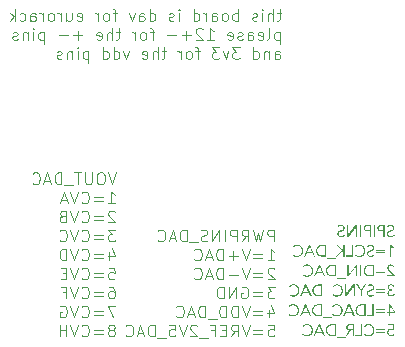
<source format=gbr>
%TF.GenerationSoftware,KiCad,Pcbnew,8.0.4*%
%TF.CreationDate,2024-08-15T03:18:53+02:00*%
%TF.ProjectId,breakout_dac,62726561-6b6f-4757-945f-6461632e6b69,rev?*%
%TF.SameCoordinates,Original*%
%TF.FileFunction,Legend,Bot*%
%TF.FilePolarity,Positive*%
%FSLAX46Y46*%
G04 Gerber Fmt 4.6, Leading zero omitted, Abs format (unit mm)*
G04 Created by KiCad (PCBNEW 8.0.4) date 2024-08-15 03:18:53*
%MOMM*%
%LPD*%
G01*
G04 APERTURE LIST*
%ADD10C,0.100000*%
G04 APERTURE END LIST*
D10*
X85838972Y-92485864D02*
X85458020Y-92485864D01*
X85696115Y-92152531D02*
X85696115Y-93009673D01*
X85696115Y-93009673D02*
X85648496Y-93104912D01*
X85648496Y-93104912D02*
X85553258Y-93152531D01*
X85553258Y-93152531D02*
X85458020Y-93152531D01*
X85124686Y-93152531D02*
X85124686Y-92152531D01*
X84696115Y-93152531D02*
X84696115Y-92628721D01*
X84696115Y-92628721D02*
X84743734Y-92533483D01*
X84743734Y-92533483D02*
X84838972Y-92485864D01*
X84838972Y-92485864D02*
X84981829Y-92485864D01*
X84981829Y-92485864D02*
X85077067Y-92533483D01*
X85077067Y-92533483D02*
X85124686Y-92581102D01*
X84219924Y-93152531D02*
X84219924Y-92485864D01*
X84219924Y-92152531D02*
X84267543Y-92200150D01*
X84267543Y-92200150D02*
X84219924Y-92247769D01*
X84219924Y-92247769D02*
X84172305Y-92200150D01*
X84172305Y-92200150D02*
X84219924Y-92152531D01*
X84219924Y-92152531D02*
X84219924Y-92247769D01*
X83791353Y-93104912D02*
X83696115Y-93152531D01*
X83696115Y-93152531D02*
X83505639Y-93152531D01*
X83505639Y-93152531D02*
X83410401Y-93104912D01*
X83410401Y-93104912D02*
X83362782Y-93009673D01*
X83362782Y-93009673D02*
X83362782Y-92962054D01*
X83362782Y-92962054D02*
X83410401Y-92866816D01*
X83410401Y-92866816D02*
X83505639Y-92819197D01*
X83505639Y-92819197D02*
X83648496Y-92819197D01*
X83648496Y-92819197D02*
X83743734Y-92771578D01*
X83743734Y-92771578D02*
X83791353Y-92676340D01*
X83791353Y-92676340D02*
X83791353Y-92628721D01*
X83791353Y-92628721D02*
X83743734Y-92533483D01*
X83743734Y-92533483D02*
X83648496Y-92485864D01*
X83648496Y-92485864D02*
X83505639Y-92485864D01*
X83505639Y-92485864D02*
X83410401Y-92533483D01*
X82172305Y-93152531D02*
X82172305Y-92152531D01*
X82172305Y-92533483D02*
X82077067Y-92485864D01*
X82077067Y-92485864D02*
X81886591Y-92485864D01*
X81886591Y-92485864D02*
X81791353Y-92533483D01*
X81791353Y-92533483D02*
X81743734Y-92581102D01*
X81743734Y-92581102D02*
X81696115Y-92676340D01*
X81696115Y-92676340D02*
X81696115Y-92962054D01*
X81696115Y-92962054D02*
X81743734Y-93057292D01*
X81743734Y-93057292D02*
X81791353Y-93104912D01*
X81791353Y-93104912D02*
X81886591Y-93152531D01*
X81886591Y-93152531D02*
X82077067Y-93152531D01*
X82077067Y-93152531D02*
X82172305Y-93104912D01*
X81124686Y-93152531D02*
X81219924Y-93104912D01*
X81219924Y-93104912D02*
X81267543Y-93057292D01*
X81267543Y-93057292D02*
X81315162Y-92962054D01*
X81315162Y-92962054D02*
X81315162Y-92676340D01*
X81315162Y-92676340D02*
X81267543Y-92581102D01*
X81267543Y-92581102D02*
X81219924Y-92533483D01*
X81219924Y-92533483D02*
X81124686Y-92485864D01*
X81124686Y-92485864D02*
X80981829Y-92485864D01*
X80981829Y-92485864D02*
X80886591Y-92533483D01*
X80886591Y-92533483D02*
X80838972Y-92581102D01*
X80838972Y-92581102D02*
X80791353Y-92676340D01*
X80791353Y-92676340D02*
X80791353Y-92962054D01*
X80791353Y-92962054D02*
X80838972Y-93057292D01*
X80838972Y-93057292D02*
X80886591Y-93104912D01*
X80886591Y-93104912D02*
X80981829Y-93152531D01*
X80981829Y-93152531D02*
X81124686Y-93152531D01*
X79934210Y-93152531D02*
X79934210Y-92628721D01*
X79934210Y-92628721D02*
X79981829Y-92533483D01*
X79981829Y-92533483D02*
X80077067Y-92485864D01*
X80077067Y-92485864D02*
X80267543Y-92485864D01*
X80267543Y-92485864D02*
X80362781Y-92533483D01*
X79934210Y-93104912D02*
X80029448Y-93152531D01*
X80029448Y-93152531D02*
X80267543Y-93152531D01*
X80267543Y-93152531D02*
X80362781Y-93104912D01*
X80362781Y-93104912D02*
X80410400Y-93009673D01*
X80410400Y-93009673D02*
X80410400Y-92914435D01*
X80410400Y-92914435D02*
X80362781Y-92819197D01*
X80362781Y-92819197D02*
X80267543Y-92771578D01*
X80267543Y-92771578D02*
X80029448Y-92771578D01*
X80029448Y-92771578D02*
X79934210Y-92723959D01*
X79458019Y-93152531D02*
X79458019Y-92485864D01*
X79458019Y-92676340D02*
X79410400Y-92581102D01*
X79410400Y-92581102D02*
X79362781Y-92533483D01*
X79362781Y-92533483D02*
X79267543Y-92485864D01*
X79267543Y-92485864D02*
X79172305Y-92485864D01*
X78410400Y-93152531D02*
X78410400Y-92152531D01*
X78410400Y-93104912D02*
X78505638Y-93152531D01*
X78505638Y-93152531D02*
X78696114Y-93152531D01*
X78696114Y-93152531D02*
X78791352Y-93104912D01*
X78791352Y-93104912D02*
X78838971Y-93057292D01*
X78838971Y-93057292D02*
X78886590Y-92962054D01*
X78886590Y-92962054D02*
X78886590Y-92676340D01*
X78886590Y-92676340D02*
X78838971Y-92581102D01*
X78838971Y-92581102D02*
X78791352Y-92533483D01*
X78791352Y-92533483D02*
X78696114Y-92485864D01*
X78696114Y-92485864D02*
X78505638Y-92485864D01*
X78505638Y-92485864D02*
X78410400Y-92533483D01*
X77172304Y-93152531D02*
X77172304Y-92485864D01*
X77172304Y-92152531D02*
X77219923Y-92200150D01*
X77219923Y-92200150D02*
X77172304Y-92247769D01*
X77172304Y-92247769D02*
X77124685Y-92200150D01*
X77124685Y-92200150D02*
X77172304Y-92152531D01*
X77172304Y-92152531D02*
X77172304Y-92247769D01*
X76743733Y-93104912D02*
X76648495Y-93152531D01*
X76648495Y-93152531D02*
X76458019Y-93152531D01*
X76458019Y-93152531D02*
X76362781Y-93104912D01*
X76362781Y-93104912D02*
X76315162Y-93009673D01*
X76315162Y-93009673D02*
X76315162Y-92962054D01*
X76315162Y-92962054D02*
X76362781Y-92866816D01*
X76362781Y-92866816D02*
X76458019Y-92819197D01*
X76458019Y-92819197D02*
X76600876Y-92819197D01*
X76600876Y-92819197D02*
X76696114Y-92771578D01*
X76696114Y-92771578D02*
X76743733Y-92676340D01*
X76743733Y-92676340D02*
X76743733Y-92628721D01*
X76743733Y-92628721D02*
X76696114Y-92533483D01*
X76696114Y-92533483D02*
X76600876Y-92485864D01*
X76600876Y-92485864D02*
X76458019Y-92485864D01*
X76458019Y-92485864D02*
X76362781Y-92533483D01*
X74696114Y-93152531D02*
X74696114Y-92152531D01*
X74696114Y-93104912D02*
X74791352Y-93152531D01*
X74791352Y-93152531D02*
X74981828Y-93152531D01*
X74981828Y-93152531D02*
X75077066Y-93104912D01*
X75077066Y-93104912D02*
X75124685Y-93057292D01*
X75124685Y-93057292D02*
X75172304Y-92962054D01*
X75172304Y-92962054D02*
X75172304Y-92676340D01*
X75172304Y-92676340D02*
X75124685Y-92581102D01*
X75124685Y-92581102D02*
X75077066Y-92533483D01*
X75077066Y-92533483D02*
X74981828Y-92485864D01*
X74981828Y-92485864D02*
X74791352Y-92485864D01*
X74791352Y-92485864D02*
X74696114Y-92533483D01*
X73791352Y-93152531D02*
X73791352Y-92628721D01*
X73791352Y-92628721D02*
X73838971Y-92533483D01*
X73838971Y-92533483D02*
X73934209Y-92485864D01*
X73934209Y-92485864D02*
X74124685Y-92485864D01*
X74124685Y-92485864D02*
X74219923Y-92533483D01*
X73791352Y-93104912D02*
X73886590Y-93152531D01*
X73886590Y-93152531D02*
X74124685Y-93152531D01*
X74124685Y-93152531D02*
X74219923Y-93104912D01*
X74219923Y-93104912D02*
X74267542Y-93009673D01*
X74267542Y-93009673D02*
X74267542Y-92914435D01*
X74267542Y-92914435D02*
X74219923Y-92819197D01*
X74219923Y-92819197D02*
X74124685Y-92771578D01*
X74124685Y-92771578D02*
X73886590Y-92771578D01*
X73886590Y-92771578D02*
X73791352Y-92723959D01*
X73410399Y-92485864D02*
X73172304Y-93152531D01*
X73172304Y-93152531D02*
X72934209Y-92485864D01*
X71934208Y-92485864D02*
X71553256Y-92485864D01*
X71791351Y-93152531D02*
X71791351Y-92295388D01*
X71791351Y-92295388D02*
X71743732Y-92200150D01*
X71743732Y-92200150D02*
X71648494Y-92152531D01*
X71648494Y-92152531D02*
X71553256Y-92152531D01*
X71077065Y-93152531D02*
X71172303Y-93104912D01*
X71172303Y-93104912D02*
X71219922Y-93057292D01*
X71219922Y-93057292D02*
X71267541Y-92962054D01*
X71267541Y-92962054D02*
X71267541Y-92676340D01*
X71267541Y-92676340D02*
X71219922Y-92581102D01*
X71219922Y-92581102D02*
X71172303Y-92533483D01*
X71172303Y-92533483D02*
X71077065Y-92485864D01*
X71077065Y-92485864D02*
X70934208Y-92485864D01*
X70934208Y-92485864D02*
X70838970Y-92533483D01*
X70838970Y-92533483D02*
X70791351Y-92581102D01*
X70791351Y-92581102D02*
X70743732Y-92676340D01*
X70743732Y-92676340D02*
X70743732Y-92962054D01*
X70743732Y-92962054D02*
X70791351Y-93057292D01*
X70791351Y-93057292D02*
X70838970Y-93104912D01*
X70838970Y-93104912D02*
X70934208Y-93152531D01*
X70934208Y-93152531D02*
X71077065Y-93152531D01*
X70315160Y-93152531D02*
X70315160Y-92485864D01*
X70315160Y-92676340D02*
X70267541Y-92581102D01*
X70267541Y-92581102D02*
X70219922Y-92533483D01*
X70219922Y-92533483D02*
X70124684Y-92485864D01*
X70124684Y-92485864D02*
X70029446Y-92485864D01*
X68553255Y-93104912D02*
X68648493Y-93152531D01*
X68648493Y-93152531D02*
X68838969Y-93152531D01*
X68838969Y-93152531D02*
X68934207Y-93104912D01*
X68934207Y-93104912D02*
X68981826Y-93009673D01*
X68981826Y-93009673D02*
X68981826Y-92628721D01*
X68981826Y-92628721D02*
X68934207Y-92533483D01*
X68934207Y-92533483D02*
X68838969Y-92485864D01*
X68838969Y-92485864D02*
X68648493Y-92485864D01*
X68648493Y-92485864D02*
X68553255Y-92533483D01*
X68553255Y-92533483D02*
X68505636Y-92628721D01*
X68505636Y-92628721D02*
X68505636Y-92723959D01*
X68505636Y-92723959D02*
X68981826Y-92819197D01*
X67648493Y-92485864D02*
X67648493Y-93152531D01*
X68077064Y-92485864D02*
X68077064Y-93009673D01*
X68077064Y-93009673D02*
X68029445Y-93104912D01*
X68029445Y-93104912D02*
X67934207Y-93152531D01*
X67934207Y-93152531D02*
X67791350Y-93152531D01*
X67791350Y-93152531D02*
X67696112Y-93104912D01*
X67696112Y-93104912D02*
X67648493Y-93057292D01*
X67172302Y-93152531D02*
X67172302Y-92485864D01*
X67172302Y-92676340D02*
X67124683Y-92581102D01*
X67124683Y-92581102D02*
X67077064Y-92533483D01*
X67077064Y-92533483D02*
X66981826Y-92485864D01*
X66981826Y-92485864D02*
X66886588Y-92485864D01*
X66410397Y-93152531D02*
X66505635Y-93104912D01*
X66505635Y-93104912D02*
X66553254Y-93057292D01*
X66553254Y-93057292D02*
X66600873Y-92962054D01*
X66600873Y-92962054D02*
X66600873Y-92676340D01*
X66600873Y-92676340D02*
X66553254Y-92581102D01*
X66553254Y-92581102D02*
X66505635Y-92533483D01*
X66505635Y-92533483D02*
X66410397Y-92485864D01*
X66410397Y-92485864D02*
X66267540Y-92485864D01*
X66267540Y-92485864D02*
X66172302Y-92533483D01*
X66172302Y-92533483D02*
X66124683Y-92581102D01*
X66124683Y-92581102D02*
X66077064Y-92676340D01*
X66077064Y-92676340D02*
X66077064Y-92962054D01*
X66077064Y-92962054D02*
X66124683Y-93057292D01*
X66124683Y-93057292D02*
X66172302Y-93104912D01*
X66172302Y-93104912D02*
X66267540Y-93152531D01*
X66267540Y-93152531D02*
X66410397Y-93152531D01*
X65648492Y-93152531D02*
X65648492Y-92485864D01*
X65648492Y-92676340D02*
X65600873Y-92581102D01*
X65600873Y-92581102D02*
X65553254Y-92533483D01*
X65553254Y-92533483D02*
X65458016Y-92485864D01*
X65458016Y-92485864D02*
X65362778Y-92485864D01*
X64600873Y-93152531D02*
X64600873Y-92628721D01*
X64600873Y-92628721D02*
X64648492Y-92533483D01*
X64648492Y-92533483D02*
X64743730Y-92485864D01*
X64743730Y-92485864D02*
X64934206Y-92485864D01*
X64934206Y-92485864D02*
X65029444Y-92533483D01*
X64600873Y-93104912D02*
X64696111Y-93152531D01*
X64696111Y-93152531D02*
X64934206Y-93152531D01*
X64934206Y-93152531D02*
X65029444Y-93104912D01*
X65029444Y-93104912D02*
X65077063Y-93009673D01*
X65077063Y-93009673D02*
X65077063Y-92914435D01*
X65077063Y-92914435D02*
X65029444Y-92819197D01*
X65029444Y-92819197D02*
X64934206Y-92771578D01*
X64934206Y-92771578D02*
X64696111Y-92771578D01*
X64696111Y-92771578D02*
X64600873Y-92723959D01*
X63696111Y-93104912D02*
X63791349Y-93152531D01*
X63791349Y-93152531D02*
X63981825Y-93152531D01*
X63981825Y-93152531D02*
X64077063Y-93104912D01*
X64077063Y-93104912D02*
X64124682Y-93057292D01*
X64124682Y-93057292D02*
X64172301Y-92962054D01*
X64172301Y-92962054D02*
X64172301Y-92676340D01*
X64172301Y-92676340D02*
X64124682Y-92581102D01*
X64124682Y-92581102D02*
X64077063Y-92533483D01*
X64077063Y-92533483D02*
X63981825Y-92485864D01*
X63981825Y-92485864D02*
X63791349Y-92485864D01*
X63791349Y-92485864D02*
X63696111Y-92533483D01*
X63267539Y-93152531D02*
X63267539Y-92152531D01*
X63172301Y-92771578D02*
X62886587Y-93152531D01*
X62886587Y-92485864D02*
X63267539Y-92866816D01*
X85696115Y-94095808D02*
X85696115Y-95095808D01*
X85696115Y-94143427D02*
X85600877Y-94095808D01*
X85600877Y-94095808D02*
X85410401Y-94095808D01*
X85410401Y-94095808D02*
X85315163Y-94143427D01*
X85315163Y-94143427D02*
X85267544Y-94191046D01*
X85267544Y-94191046D02*
X85219925Y-94286284D01*
X85219925Y-94286284D02*
X85219925Y-94571998D01*
X85219925Y-94571998D02*
X85267544Y-94667236D01*
X85267544Y-94667236D02*
X85315163Y-94714856D01*
X85315163Y-94714856D02*
X85410401Y-94762475D01*
X85410401Y-94762475D02*
X85600877Y-94762475D01*
X85600877Y-94762475D02*
X85696115Y-94714856D01*
X84648496Y-94762475D02*
X84743734Y-94714856D01*
X84743734Y-94714856D02*
X84791353Y-94619617D01*
X84791353Y-94619617D02*
X84791353Y-93762475D01*
X83886591Y-94714856D02*
X83981829Y-94762475D01*
X83981829Y-94762475D02*
X84172305Y-94762475D01*
X84172305Y-94762475D02*
X84267543Y-94714856D01*
X84267543Y-94714856D02*
X84315162Y-94619617D01*
X84315162Y-94619617D02*
X84315162Y-94238665D01*
X84315162Y-94238665D02*
X84267543Y-94143427D01*
X84267543Y-94143427D02*
X84172305Y-94095808D01*
X84172305Y-94095808D02*
X83981829Y-94095808D01*
X83981829Y-94095808D02*
X83886591Y-94143427D01*
X83886591Y-94143427D02*
X83838972Y-94238665D01*
X83838972Y-94238665D02*
X83838972Y-94333903D01*
X83838972Y-94333903D02*
X84315162Y-94429141D01*
X82981829Y-94762475D02*
X82981829Y-94238665D01*
X82981829Y-94238665D02*
X83029448Y-94143427D01*
X83029448Y-94143427D02*
X83124686Y-94095808D01*
X83124686Y-94095808D02*
X83315162Y-94095808D01*
X83315162Y-94095808D02*
X83410400Y-94143427D01*
X82981829Y-94714856D02*
X83077067Y-94762475D01*
X83077067Y-94762475D02*
X83315162Y-94762475D01*
X83315162Y-94762475D02*
X83410400Y-94714856D01*
X83410400Y-94714856D02*
X83458019Y-94619617D01*
X83458019Y-94619617D02*
X83458019Y-94524379D01*
X83458019Y-94524379D02*
X83410400Y-94429141D01*
X83410400Y-94429141D02*
X83315162Y-94381522D01*
X83315162Y-94381522D02*
X83077067Y-94381522D01*
X83077067Y-94381522D02*
X82981829Y-94333903D01*
X82553257Y-94714856D02*
X82458019Y-94762475D01*
X82458019Y-94762475D02*
X82267543Y-94762475D01*
X82267543Y-94762475D02*
X82172305Y-94714856D01*
X82172305Y-94714856D02*
X82124686Y-94619617D01*
X82124686Y-94619617D02*
X82124686Y-94571998D01*
X82124686Y-94571998D02*
X82172305Y-94476760D01*
X82172305Y-94476760D02*
X82267543Y-94429141D01*
X82267543Y-94429141D02*
X82410400Y-94429141D01*
X82410400Y-94429141D02*
X82505638Y-94381522D01*
X82505638Y-94381522D02*
X82553257Y-94286284D01*
X82553257Y-94286284D02*
X82553257Y-94238665D01*
X82553257Y-94238665D02*
X82505638Y-94143427D01*
X82505638Y-94143427D02*
X82410400Y-94095808D01*
X82410400Y-94095808D02*
X82267543Y-94095808D01*
X82267543Y-94095808D02*
X82172305Y-94143427D01*
X81315162Y-94714856D02*
X81410400Y-94762475D01*
X81410400Y-94762475D02*
X81600876Y-94762475D01*
X81600876Y-94762475D02*
X81696114Y-94714856D01*
X81696114Y-94714856D02*
X81743733Y-94619617D01*
X81743733Y-94619617D02*
X81743733Y-94238665D01*
X81743733Y-94238665D02*
X81696114Y-94143427D01*
X81696114Y-94143427D02*
X81600876Y-94095808D01*
X81600876Y-94095808D02*
X81410400Y-94095808D01*
X81410400Y-94095808D02*
X81315162Y-94143427D01*
X81315162Y-94143427D02*
X81267543Y-94238665D01*
X81267543Y-94238665D02*
X81267543Y-94333903D01*
X81267543Y-94333903D02*
X81743733Y-94429141D01*
X79553257Y-94762475D02*
X80124685Y-94762475D01*
X79838971Y-94762475D02*
X79838971Y-93762475D01*
X79838971Y-93762475D02*
X79934209Y-93905332D01*
X79934209Y-93905332D02*
X80029447Y-94000570D01*
X80029447Y-94000570D02*
X80124685Y-94048189D01*
X79172304Y-93857713D02*
X79124685Y-93810094D01*
X79124685Y-93810094D02*
X79029447Y-93762475D01*
X79029447Y-93762475D02*
X78791352Y-93762475D01*
X78791352Y-93762475D02*
X78696114Y-93810094D01*
X78696114Y-93810094D02*
X78648495Y-93857713D01*
X78648495Y-93857713D02*
X78600876Y-93952951D01*
X78600876Y-93952951D02*
X78600876Y-94048189D01*
X78600876Y-94048189D02*
X78648495Y-94191046D01*
X78648495Y-94191046D02*
X79219923Y-94762475D01*
X79219923Y-94762475D02*
X78600876Y-94762475D01*
X78172304Y-94381522D02*
X77410400Y-94381522D01*
X77791352Y-94762475D02*
X77791352Y-94000570D01*
X76934209Y-94381522D02*
X76172305Y-94381522D01*
X75077066Y-94095808D02*
X74696114Y-94095808D01*
X74934209Y-94762475D02*
X74934209Y-93905332D01*
X74934209Y-93905332D02*
X74886590Y-93810094D01*
X74886590Y-93810094D02*
X74791352Y-93762475D01*
X74791352Y-93762475D02*
X74696114Y-93762475D01*
X74219923Y-94762475D02*
X74315161Y-94714856D01*
X74315161Y-94714856D02*
X74362780Y-94667236D01*
X74362780Y-94667236D02*
X74410399Y-94571998D01*
X74410399Y-94571998D02*
X74410399Y-94286284D01*
X74410399Y-94286284D02*
X74362780Y-94191046D01*
X74362780Y-94191046D02*
X74315161Y-94143427D01*
X74315161Y-94143427D02*
X74219923Y-94095808D01*
X74219923Y-94095808D02*
X74077066Y-94095808D01*
X74077066Y-94095808D02*
X73981828Y-94143427D01*
X73981828Y-94143427D02*
X73934209Y-94191046D01*
X73934209Y-94191046D02*
X73886590Y-94286284D01*
X73886590Y-94286284D02*
X73886590Y-94571998D01*
X73886590Y-94571998D02*
X73934209Y-94667236D01*
X73934209Y-94667236D02*
X73981828Y-94714856D01*
X73981828Y-94714856D02*
X74077066Y-94762475D01*
X74077066Y-94762475D02*
X74219923Y-94762475D01*
X73458018Y-94762475D02*
X73458018Y-94095808D01*
X73458018Y-94286284D02*
X73410399Y-94191046D01*
X73410399Y-94191046D02*
X73362780Y-94143427D01*
X73362780Y-94143427D02*
X73267542Y-94095808D01*
X73267542Y-94095808D02*
X73172304Y-94095808D01*
X72219922Y-94095808D02*
X71838970Y-94095808D01*
X72077065Y-93762475D02*
X72077065Y-94619617D01*
X72077065Y-94619617D02*
X72029446Y-94714856D01*
X72029446Y-94714856D02*
X71934208Y-94762475D01*
X71934208Y-94762475D02*
X71838970Y-94762475D01*
X71505636Y-94762475D02*
X71505636Y-93762475D01*
X71077065Y-94762475D02*
X71077065Y-94238665D01*
X71077065Y-94238665D02*
X71124684Y-94143427D01*
X71124684Y-94143427D02*
X71219922Y-94095808D01*
X71219922Y-94095808D02*
X71362779Y-94095808D01*
X71362779Y-94095808D02*
X71458017Y-94143427D01*
X71458017Y-94143427D02*
X71505636Y-94191046D01*
X70219922Y-94714856D02*
X70315160Y-94762475D01*
X70315160Y-94762475D02*
X70505636Y-94762475D01*
X70505636Y-94762475D02*
X70600874Y-94714856D01*
X70600874Y-94714856D02*
X70648493Y-94619617D01*
X70648493Y-94619617D02*
X70648493Y-94238665D01*
X70648493Y-94238665D02*
X70600874Y-94143427D01*
X70600874Y-94143427D02*
X70505636Y-94095808D01*
X70505636Y-94095808D02*
X70315160Y-94095808D01*
X70315160Y-94095808D02*
X70219922Y-94143427D01*
X70219922Y-94143427D02*
X70172303Y-94238665D01*
X70172303Y-94238665D02*
X70172303Y-94333903D01*
X70172303Y-94333903D02*
X70648493Y-94429141D01*
X68981826Y-94381522D02*
X68219922Y-94381522D01*
X68600874Y-94762475D02*
X68600874Y-94000570D01*
X67743731Y-94381522D02*
X66981827Y-94381522D01*
X65743731Y-94095808D02*
X65743731Y-95095808D01*
X65743731Y-94143427D02*
X65648493Y-94095808D01*
X65648493Y-94095808D02*
X65458017Y-94095808D01*
X65458017Y-94095808D02*
X65362779Y-94143427D01*
X65362779Y-94143427D02*
X65315160Y-94191046D01*
X65315160Y-94191046D02*
X65267541Y-94286284D01*
X65267541Y-94286284D02*
X65267541Y-94571998D01*
X65267541Y-94571998D02*
X65315160Y-94667236D01*
X65315160Y-94667236D02*
X65362779Y-94714856D01*
X65362779Y-94714856D02*
X65458017Y-94762475D01*
X65458017Y-94762475D02*
X65648493Y-94762475D01*
X65648493Y-94762475D02*
X65743731Y-94714856D01*
X64838969Y-94762475D02*
X64838969Y-94095808D01*
X64838969Y-93762475D02*
X64886588Y-93810094D01*
X64886588Y-93810094D02*
X64838969Y-93857713D01*
X64838969Y-93857713D02*
X64791350Y-93810094D01*
X64791350Y-93810094D02*
X64838969Y-93762475D01*
X64838969Y-93762475D02*
X64838969Y-93857713D01*
X64362779Y-94095808D02*
X64362779Y-94762475D01*
X64362779Y-94191046D02*
X64315160Y-94143427D01*
X64315160Y-94143427D02*
X64219922Y-94095808D01*
X64219922Y-94095808D02*
X64077065Y-94095808D01*
X64077065Y-94095808D02*
X63981827Y-94143427D01*
X63981827Y-94143427D02*
X63934208Y-94238665D01*
X63934208Y-94238665D02*
X63934208Y-94762475D01*
X63505636Y-94714856D02*
X63410398Y-94762475D01*
X63410398Y-94762475D02*
X63219922Y-94762475D01*
X63219922Y-94762475D02*
X63124684Y-94714856D01*
X63124684Y-94714856D02*
X63077065Y-94619617D01*
X63077065Y-94619617D02*
X63077065Y-94571998D01*
X63077065Y-94571998D02*
X63124684Y-94476760D01*
X63124684Y-94476760D02*
X63219922Y-94429141D01*
X63219922Y-94429141D02*
X63362779Y-94429141D01*
X63362779Y-94429141D02*
X63458017Y-94381522D01*
X63458017Y-94381522D02*
X63505636Y-94286284D01*
X63505636Y-94286284D02*
X63505636Y-94238665D01*
X63505636Y-94238665D02*
X63458017Y-94143427D01*
X63458017Y-94143427D02*
X63362779Y-94095808D01*
X63362779Y-94095808D02*
X63219922Y-94095808D01*
X63219922Y-94095808D02*
X63124684Y-94143427D01*
X85267544Y-96372419D02*
X85267544Y-95848609D01*
X85267544Y-95848609D02*
X85315163Y-95753371D01*
X85315163Y-95753371D02*
X85410401Y-95705752D01*
X85410401Y-95705752D02*
X85600877Y-95705752D01*
X85600877Y-95705752D02*
X85696115Y-95753371D01*
X85267544Y-96324800D02*
X85362782Y-96372419D01*
X85362782Y-96372419D02*
X85600877Y-96372419D01*
X85600877Y-96372419D02*
X85696115Y-96324800D01*
X85696115Y-96324800D02*
X85743734Y-96229561D01*
X85743734Y-96229561D02*
X85743734Y-96134323D01*
X85743734Y-96134323D02*
X85696115Y-96039085D01*
X85696115Y-96039085D02*
X85600877Y-95991466D01*
X85600877Y-95991466D02*
X85362782Y-95991466D01*
X85362782Y-95991466D02*
X85267544Y-95943847D01*
X84791353Y-95705752D02*
X84791353Y-96372419D01*
X84791353Y-95800990D02*
X84743734Y-95753371D01*
X84743734Y-95753371D02*
X84648496Y-95705752D01*
X84648496Y-95705752D02*
X84505639Y-95705752D01*
X84505639Y-95705752D02*
X84410401Y-95753371D01*
X84410401Y-95753371D02*
X84362782Y-95848609D01*
X84362782Y-95848609D02*
X84362782Y-96372419D01*
X83458020Y-96372419D02*
X83458020Y-95372419D01*
X83458020Y-96324800D02*
X83553258Y-96372419D01*
X83553258Y-96372419D02*
X83743734Y-96372419D01*
X83743734Y-96372419D02*
X83838972Y-96324800D01*
X83838972Y-96324800D02*
X83886591Y-96277180D01*
X83886591Y-96277180D02*
X83934210Y-96181942D01*
X83934210Y-96181942D02*
X83934210Y-95896228D01*
X83934210Y-95896228D02*
X83886591Y-95800990D01*
X83886591Y-95800990D02*
X83838972Y-95753371D01*
X83838972Y-95753371D02*
X83743734Y-95705752D01*
X83743734Y-95705752D02*
X83553258Y-95705752D01*
X83553258Y-95705752D02*
X83458020Y-95753371D01*
X82315162Y-95372419D02*
X81696115Y-95372419D01*
X81696115Y-95372419D02*
X82029448Y-95753371D01*
X82029448Y-95753371D02*
X81886591Y-95753371D01*
X81886591Y-95753371D02*
X81791353Y-95800990D01*
X81791353Y-95800990D02*
X81743734Y-95848609D01*
X81743734Y-95848609D02*
X81696115Y-95943847D01*
X81696115Y-95943847D02*
X81696115Y-96181942D01*
X81696115Y-96181942D02*
X81743734Y-96277180D01*
X81743734Y-96277180D02*
X81791353Y-96324800D01*
X81791353Y-96324800D02*
X81886591Y-96372419D01*
X81886591Y-96372419D02*
X82172305Y-96372419D01*
X82172305Y-96372419D02*
X82267543Y-96324800D01*
X82267543Y-96324800D02*
X82315162Y-96277180D01*
X81362781Y-95705752D02*
X81124686Y-96372419D01*
X81124686Y-96372419D02*
X80886591Y-95705752D01*
X80600876Y-95372419D02*
X79981829Y-95372419D01*
X79981829Y-95372419D02*
X80315162Y-95753371D01*
X80315162Y-95753371D02*
X80172305Y-95753371D01*
X80172305Y-95753371D02*
X80077067Y-95800990D01*
X80077067Y-95800990D02*
X80029448Y-95848609D01*
X80029448Y-95848609D02*
X79981829Y-95943847D01*
X79981829Y-95943847D02*
X79981829Y-96181942D01*
X79981829Y-96181942D02*
X80029448Y-96277180D01*
X80029448Y-96277180D02*
X80077067Y-96324800D01*
X80077067Y-96324800D02*
X80172305Y-96372419D01*
X80172305Y-96372419D02*
X80458019Y-96372419D01*
X80458019Y-96372419D02*
X80553257Y-96324800D01*
X80553257Y-96324800D02*
X80600876Y-96277180D01*
X78934209Y-95705752D02*
X78553257Y-95705752D01*
X78791352Y-96372419D02*
X78791352Y-95515276D01*
X78791352Y-95515276D02*
X78743733Y-95420038D01*
X78743733Y-95420038D02*
X78648495Y-95372419D01*
X78648495Y-95372419D02*
X78553257Y-95372419D01*
X78077066Y-96372419D02*
X78172304Y-96324800D01*
X78172304Y-96324800D02*
X78219923Y-96277180D01*
X78219923Y-96277180D02*
X78267542Y-96181942D01*
X78267542Y-96181942D02*
X78267542Y-95896228D01*
X78267542Y-95896228D02*
X78219923Y-95800990D01*
X78219923Y-95800990D02*
X78172304Y-95753371D01*
X78172304Y-95753371D02*
X78077066Y-95705752D01*
X78077066Y-95705752D02*
X77934209Y-95705752D01*
X77934209Y-95705752D02*
X77838971Y-95753371D01*
X77838971Y-95753371D02*
X77791352Y-95800990D01*
X77791352Y-95800990D02*
X77743733Y-95896228D01*
X77743733Y-95896228D02*
X77743733Y-96181942D01*
X77743733Y-96181942D02*
X77791352Y-96277180D01*
X77791352Y-96277180D02*
X77838971Y-96324800D01*
X77838971Y-96324800D02*
X77934209Y-96372419D01*
X77934209Y-96372419D02*
X78077066Y-96372419D01*
X77315161Y-96372419D02*
X77315161Y-95705752D01*
X77315161Y-95896228D02*
X77267542Y-95800990D01*
X77267542Y-95800990D02*
X77219923Y-95753371D01*
X77219923Y-95753371D02*
X77124685Y-95705752D01*
X77124685Y-95705752D02*
X77029447Y-95705752D01*
X76077065Y-95705752D02*
X75696113Y-95705752D01*
X75934208Y-95372419D02*
X75934208Y-96229561D01*
X75934208Y-96229561D02*
X75886589Y-96324800D01*
X75886589Y-96324800D02*
X75791351Y-96372419D01*
X75791351Y-96372419D02*
X75696113Y-96372419D01*
X75362779Y-96372419D02*
X75362779Y-95372419D01*
X74934208Y-96372419D02*
X74934208Y-95848609D01*
X74934208Y-95848609D02*
X74981827Y-95753371D01*
X74981827Y-95753371D02*
X75077065Y-95705752D01*
X75077065Y-95705752D02*
X75219922Y-95705752D01*
X75219922Y-95705752D02*
X75315160Y-95753371D01*
X75315160Y-95753371D02*
X75362779Y-95800990D01*
X74077065Y-96324800D02*
X74172303Y-96372419D01*
X74172303Y-96372419D02*
X74362779Y-96372419D01*
X74362779Y-96372419D02*
X74458017Y-96324800D01*
X74458017Y-96324800D02*
X74505636Y-96229561D01*
X74505636Y-96229561D02*
X74505636Y-95848609D01*
X74505636Y-95848609D02*
X74458017Y-95753371D01*
X74458017Y-95753371D02*
X74362779Y-95705752D01*
X74362779Y-95705752D02*
X74172303Y-95705752D01*
X74172303Y-95705752D02*
X74077065Y-95753371D01*
X74077065Y-95753371D02*
X74029446Y-95848609D01*
X74029446Y-95848609D02*
X74029446Y-95943847D01*
X74029446Y-95943847D02*
X74505636Y-96039085D01*
X72934207Y-95705752D02*
X72696112Y-96372419D01*
X72696112Y-96372419D02*
X72458017Y-95705752D01*
X71648493Y-96372419D02*
X71648493Y-95372419D01*
X71648493Y-96324800D02*
X71743731Y-96372419D01*
X71743731Y-96372419D02*
X71934207Y-96372419D01*
X71934207Y-96372419D02*
X72029445Y-96324800D01*
X72029445Y-96324800D02*
X72077064Y-96277180D01*
X72077064Y-96277180D02*
X72124683Y-96181942D01*
X72124683Y-96181942D02*
X72124683Y-95896228D01*
X72124683Y-95896228D02*
X72077064Y-95800990D01*
X72077064Y-95800990D02*
X72029445Y-95753371D01*
X72029445Y-95753371D02*
X71934207Y-95705752D01*
X71934207Y-95705752D02*
X71743731Y-95705752D01*
X71743731Y-95705752D02*
X71648493Y-95753371D01*
X70743731Y-96372419D02*
X70743731Y-95372419D01*
X70743731Y-96324800D02*
X70838969Y-96372419D01*
X70838969Y-96372419D02*
X71029445Y-96372419D01*
X71029445Y-96372419D02*
X71124683Y-96324800D01*
X71124683Y-96324800D02*
X71172302Y-96277180D01*
X71172302Y-96277180D02*
X71219921Y-96181942D01*
X71219921Y-96181942D02*
X71219921Y-95896228D01*
X71219921Y-95896228D02*
X71172302Y-95800990D01*
X71172302Y-95800990D02*
X71124683Y-95753371D01*
X71124683Y-95753371D02*
X71029445Y-95705752D01*
X71029445Y-95705752D02*
X70838969Y-95705752D01*
X70838969Y-95705752D02*
X70743731Y-95753371D01*
X69505635Y-95705752D02*
X69505635Y-96705752D01*
X69505635Y-95753371D02*
X69410397Y-95705752D01*
X69410397Y-95705752D02*
X69219921Y-95705752D01*
X69219921Y-95705752D02*
X69124683Y-95753371D01*
X69124683Y-95753371D02*
X69077064Y-95800990D01*
X69077064Y-95800990D02*
X69029445Y-95896228D01*
X69029445Y-95896228D02*
X69029445Y-96181942D01*
X69029445Y-96181942D02*
X69077064Y-96277180D01*
X69077064Y-96277180D02*
X69124683Y-96324800D01*
X69124683Y-96324800D02*
X69219921Y-96372419D01*
X69219921Y-96372419D02*
X69410397Y-96372419D01*
X69410397Y-96372419D02*
X69505635Y-96324800D01*
X68600873Y-96372419D02*
X68600873Y-95705752D01*
X68600873Y-95372419D02*
X68648492Y-95420038D01*
X68648492Y-95420038D02*
X68600873Y-95467657D01*
X68600873Y-95467657D02*
X68553254Y-95420038D01*
X68553254Y-95420038D02*
X68600873Y-95372419D01*
X68600873Y-95372419D02*
X68600873Y-95467657D01*
X68124683Y-95705752D02*
X68124683Y-96372419D01*
X68124683Y-95800990D02*
X68077064Y-95753371D01*
X68077064Y-95753371D02*
X67981826Y-95705752D01*
X67981826Y-95705752D02*
X67838969Y-95705752D01*
X67838969Y-95705752D02*
X67743731Y-95753371D01*
X67743731Y-95753371D02*
X67696112Y-95848609D01*
X67696112Y-95848609D02*
X67696112Y-96372419D01*
X67267540Y-96324800D02*
X67172302Y-96372419D01*
X67172302Y-96372419D02*
X66981826Y-96372419D01*
X66981826Y-96372419D02*
X66886588Y-96324800D01*
X66886588Y-96324800D02*
X66838969Y-96229561D01*
X66838969Y-96229561D02*
X66838969Y-96181942D01*
X66838969Y-96181942D02*
X66886588Y-96086704D01*
X66886588Y-96086704D02*
X66981826Y-96039085D01*
X66981826Y-96039085D02*
X67124683Y-96039085D01*
X67124683Y-96039085D02*
X67219921Y-95991466D01*
X67219921Y-95991466D02*
X67267540Y-95896228D01*
X67267540Y-95896228D02*
X67267540Y-95848609D01*
X67267540Y-95848609D02*
X67219921Y-95753371D01*
X67219921Y-95753371D02*
X67124683Y-95705752D01*
X67124683Y-95705752D02*
X66981826Y-95705752D01*
X66981826Y-95705752D02*
X66886588Y-95753371D01*
X71838972Y-105992867D02*
X71505639Y-106992867D01*
X71505639Y-106992867D02*
X71172306Y-105992867D01*
X70648496Y-105992867D02*
X70458020Y-105992867D01*
X70458020Y-105992867D02*
X70362782Y-106040486D01*
X70362782Y-106040486D02*
X70267544Y-106135724D01*
X70267544Y-106135724D02*
X70219925Y-106326200D01*
X70219925Y-106326200D02*
X70219925Y-106659533D01*
X70219925Y-106659533D02*
X70267544Y-106850009D01*
X70267544Y-106850009D02*
X70362782Y-106945248D01*
X70362782Y-106945248D02*
X70458020Y-106992867D01*
X70458020Y-106992867D02*
X70648496Y-106992867D01*
X70648496Y-106992867D02*
X70743734Y-106945248D01*
X70743734Y-106945248D02*
X70838972Y-106850009D01*
X70838972Y-106850009D02*
X70886591Y-106659533D01*
X70886591Y-106659533D02*
X70886591Y-106326200D01*
X70886591Y-106326200D02*
X70838972Y-106135724D01*
X70838972Y-106135724D02*
X70743734Y-106040486D01*
X70743734Y-106040486D02*
X70648496Y-105992867D01*
X69791353Y-105992867D02*
X69791353Y-106802390D01*
X69791353Y-106802390D02*
X69743734Y-106897628D01*
X69743734Y-106897628D02*
X69696115Y-106945248D01*
X69696115Y-106945248D02*
X69600877Y-106992867D01*
X69600877Y-106992867D02*
X69410401Y-106992867D01*
X69410401Y-106992867D02*
X69315163Y-106945248D01*
X69315163Y-106945248D02*
X69267544Y-106897628D01*
X69267544Y-106897628D02*
X69219925Y-106802390D01*
X69219925Y-106802390D02*
X69219925Y-105992867D01*
X68886591Y-105992867D02*
X68315163Y-105992867D01*
X68600877Y-106992867D02*
X68600877Y-105992867D01*
X68219925Y-107088105D02*
X67458020Y-107088105D01*
X67219924Y-106992867D02*
X67219924Y-105992867D01*
X67219924Y-105992867D02*
X66981829Y-105992867D01*
X66981829Y-105992867D02*
X66838972Y-106040486D01*
X66838972Y-106040486D02*
X66743734Y-106135724D01*
X66743734Y-106135724D02*
X66696115Y-106230962D01*
X66696115Y-106230962D02*
X66648496Y-106421438D01*
X66648496Y-106421438D02*
X66648496Y-106564295D01*
X66648496Y-106564295D02*
X66696115Y-106754771D01*
X66696115Y-106754771D02*
X66743734Y-106850009D01*
X66743734Y-106850009D02*
X66838972Y-106945248D01*
X66838972Y-106945248D02*
X66981829Y-106992867D01*
X66981829Y-106992867D02*
X67219924Y-106992867D01*
X66267543Y-106707152D02*
X65791353Y-106707152D01*
X66362781Y-106992867D02*
X66029448Y-105992867D01*
X66029448Y-105992867D02*
X65696115Y-106992867D01*
X64791353Y-106897628D02*
X64838972Y-106945248D01*
X64838972Y-106945248D02*
X64981829Y-106992867D01*
X64981829Y-106992867D02*
X65077067Y-106992867D01*
X65077067Y-106992867D02*
X65219924Y-106945248D01*
X65219924Y-106945248D02*
X65315162Y-106850009D01*
X65315162Y-106850009D02*
X65362781Y-106754771D01*
X65362781Y-106754771D02*
X65410400Y-106564295D01*
X65410400Y-106564295D02*
X65410400Y-106421438D01*
X65410400Y-106421438D02*
X65362781Y-106230962D01*
X65362781Y-106230962D02*
X65315162Y-106135724D01*
X65315162Y-106135724D02*
X65219924Y-106040486D01*
X65219924Y-106040486D02*
X65077067Y-105992867D01*
X65077067Y-105992867D02*
X64981829Y-105992867D01*
X64981829Y-105992867D02*
X64838972Y-106040486D01*
X64838972Y-106040486D02*
X64791353Y-106088105D01*
X71172306Y-108602811D02*
X71743734Y-108602811D01*
X71458020Y-108602811D02*
X71458020Y-107602811D01*
X71458020Y-107602811D02*
X71553258Y-107745668D01*
X71553258Y-107745668D02*
X71648496Y-107840906D01*
X71648496Y-107840906D02*
X71743734Y-107888525D01*
X70743734Y-108079001D02*
X69981830Y-108079001D01*
X69981830Y-108364715D02*
X70743734Y-108364715D01*
X68934211Y-108507572D02*
X68981830Y-108555192D01*
X68981830Y-108555192D02*
X69124687Y-108602811D01*
X69124687Y-108602811D02*
X69219925Y-108602811D01*
X69219925Y-108602811D02*
X69362782Y-108555192D01*
X69362782Y-108555192D02*
X69458020Y-108459953D01*
X69458020Y-108459953D02*
X69505639Y-108364715D01*
X69505639Y-108364715D02*
X69553258Y-108174239D01*
X69553258Y-108174239D02*
X69553258Y-108031382D01*
X69553258Y-108031382D02*
X69505639Y-107840906D01*
X69505639Y-107840906D02*
X69458020Y-107745668D01*
X69458020Y-107745668D02*
X69362782Y-107650430D01*
X69362782Y-107650430D02*
X69219925Y-107602811D01*
X69219925Y-107602811D02*
X69124687Y-107602811D01*
X69124687Y-107602811D02*
X68981830Y-107650430D01*
X68981830Y-107650430D02*
X68934211Y-107698049D01*
X68648496Y-107602811D02*
X68315163Y-108602811D01*
X68315163Y-108602811D02*
X67981830Y-107602811D01*
X67696115Y-108317096D02*
X67219925Y-108317096D01*
X67791353Y-108602811D02*
X67458020Y-107602811D01*
X67458020Y-107602811D02*
X67124687Y-108602811D01*
X71743734Y-109307993D02*
X71696115Y-109260374D01*
X71696115Y-109260374D02*
X71600877Y-109212755D01*
X71600877Y-109212755D02*
X71362782Y-109212755D01*
X71362782Y-109212755D02*
X71267544Y-109260374D01*
X71267544Y-109260374D02*
X71219925Y-109307993D01*
X71219925Y-109307993D02*
X71172306Y-109403231D01*
X71172306Y-109403231D02*
X71172306Y-109498469D01*
X71172306Y-109498469D02*
X71219925Y-109641326D01*
X71219925Y-109641326D02*
X71791353Y-110212755D01*
X71791353Y-110212755D02*
X71172306Y-110212755D01*
X70743734Y-109688945D02*
X69981830Y-109688945D01*
X69981830Y-109974659D02*
X70743734Y-109974659D01*
X68934211Y-110117516D02*
X68981830Y-110165136D01*
X68981830Y-110165136D02*
X69124687Y-110212755D01*
X69124687Y-110212755D02*
X69219925Y-110212755D01*
X69219925Y-110212755D02*
X69362782Y-110165136D01*
X69362782Y-110165136D02*
X69458020Y-110069897D01*
X69458020Y-110069897D02*
X69505639Y-109974659D01*
X69505639Y-109974659D02*
X69553258Y-109784183D01*
X69553258Y-109784183D02*
X69553258Y-109641326D01*
X69553258Y-109641326D02*
X69505639Y-109450850D01*
X69505639Y-109450850D02*
X69458020Y-109355612D01*
X69458020Y-109355612D02*
X69362782Y-109260374D01*
X69362782Y-109260374D02*
X69219925Y-109212755D01*
X69219925Y-109212755D02*
X69124687Y-109212755D01*
X69124687Y-109212755D02*
X68981830Y-109260374D01*
X68981830Y-109260374D02*
X68934211Y-109307993D01*
X68648496Y-109212755D02*
X68315163Y-110212755D01*
X68315163Y-110212755D02*
X67981830Y-109212755D01*
X67315163Y-109688945D02*
X67172306Y-109736564D01*
X67172306Y-109736564D02*
X67124687Y-109784183D01*
X67124687Y-109784183D02*
X67077068Y-109879421D01*
X67077068Y-109879421D02*
X67077068Y-110022278D01*
X67077068Y-110022278D02*
X67124687Y-110117516D01*
X67124687Y-110117516D02*
X67172306Y-110165136D01*
X67172306Y-110165136D02*
X67267544Y-110212755D01*
X67267544Y-110212755D02*
X67648496Y-110212755D01*
X67648496Y-110212755D02*
X67648496Y-109212755D01*
X67648496Y-109212755D02*
X67315163Y-109212755D01*
X67315163Y-109212755D02*
X67219925Y-109260374D01*
X67219925Y-109260374D02*
X67172306Y-109307993D01*
X67172306Y-109307993D02*
X67124687Y-109403231D01*
X67124687Y-109403231D02*
X67124687Y-109498469D01*
X67124687Y-109498469D02*
X67172306Y-109593707D01*
X67172306Y-109593707D02*
X67219925Y-109641326D01*
X67219925Y-109641326D02*
X67315163Y-109688945D01*
X67315163Y-109688945D02*
X67648496Y-109688945D01*
X71791353Y-110822699D02*
X71172306Y-110822699D01*
X71172306Y-110822699D02*
X71505639Y-111203651D01*
X71505639Y-111203651D02*
X71362782Y-111203651D01*
X71362782Y-111203651D02*
X71267544Y-111251270D01*
X71267544Y-111251270D02*
X71219925Y-111298889D01*
X71219925Y-111298889D02*
X71172306Y-111394127D01*
X71172306Y-111394127D02*
X71172306Y-111632222D01*
X71172306Y-111632222D02*
X71219925Y-111727460D01*
X71219925Y-111727460D02*
X71267544Y-111775080D01*
X71267544Y-111775080D02*
X71362782Y-111822699D01*
X71362782Y-111822699D02*
X71648496Y-111822699D01*
X71648496Y-111822699D02*
X71743734Y-111775080D01*
X71743734Y-111775080D02*
X71791353Y-111727460D01*
X70743734Y-111298889D02*
X69981830Y-111298889D01*
X69981830Y-111584603D02*
X70743734Y-111584603D01*
X68934211Y-111727460D02*
X68981830Y-111775080D01*
X68981830Y-111775080D02*
X69124687Y-111822699D01*
X69124687Y-111822699D02*
X69219925Y-111822699D01*
X69219925Y-111822699D02*
X69362782Y-111775080D01*
X69362782Y-111775080D02*
X69458020Y-111679841D01*
X69458020Y-111679841D02*
X69505639Y-111584603D01*
X69505639Y-111584603D02*
X69553258Y-111394127D01*
X69553258Y-111394127D02*
X69553258Y-111251270D01*
X69553258Y-111251270D02*
X69505639Y-111060794D01*
X69505639Y-111060794D02*
X69458020Y-110965556D01*
X69458020Y-110965556D02*
X69362782Y-110870318D01*
X69362782Y-110870318D02*
X69219925Y-110822699D01*
X69219925Y-110822699D02*
X69124687Y-110822699D01*
X69124687Y-110822699D02*
X68981830Y-110870318D01*
X68981830Y-110870318D02*
X68934211Y-110917937D01*
X68648496Y-110822699D02*
X68315163Y-111822699D01*
X68315163Y-111822699D02*
X67981830Y-110822699D01*
X67077068Y-111727460D02*
X67124687Y-111775080D01*
X67124687Y-111775080D02*
X67267544Y-111822699D01*
X67267544Y-111822699D02*
X67362782Y-111822699D01*
X67362782Y-111822699D02*
X67505639Y-111775080D01*
X67505639Y-111775080D02*
X67600877Y-111679841D01*
X67600877Y-111679841D02*
X67648496Y-111584603D01*
X67648496Y-111584603D02*
X67696115Y-111394127D01*
X67696115Y-111394127D02*
X67696115Y-111251270D01*
X67696115Y-111251270D02*
X67648496Y-111060794D01*
X67648496Y-111060794D02*
X67600877Y-110965556D01*
X67600877Y-110965556D02*
X67505639Y-110870318D01*
X67505639Y-110870318D02*
X67362782Y-110822699D01*
X67362782Y-110822699D02*
X67267544Y-110822699D01*
X67267544Y-110822699D02*
X67124687Y-110870318D01*
X67124687Y-110870318D02*
X67077068Y-110917937D01*
X71267544Y-112765976D02*
X71267544Y-113432643D01*
X71505639Y-112385024D02*
X71743734Y-113099309D01*
X71743734Y-113099309D02*
X71124687Y-113099309D01*
X70743734Y-112908833D02*
X69981830Y-112908833D01*
X69981830Y-113194547D02*
X70743734Y-113194547D01*
X68934211Y-113337404D02*
X68981830Y-113385024D01*
X68981830Y-113385024D02*
X69124687Y-113432643D01*
X69124687Y-113432643D02*
X69219925Y-113432643D01*
X69219925Y-113432643D02*
X69362782Y-113385024D01*
X69362782Y-113385024D02*
X69458020Y-113289785D01*
X69458020Y-113289785D02*
X69505639Y-113194547D01*
X69505639Y-113194547D02*
X69553258Y-113004071D01*
X69553258Y-113004071D02*
X69553258Y-112861214D01*
X69553258Y-112861214D02*
X69505639Y-112670738D01*
X69505639Y-112670738D02*
X69458020Y-112575500D01*
X69458020Y-112575500D02*
X69362782Y-112480262D01*
X69362782Y-112480262D02*
X69219925Y-112432643D01*
X69219925Y-112432643D02*
X69124687Y-112432643D01*
X69124687Y-112432643D02*
X68981830Y-112480262D01*
X68981830Y-112480262D02*
X68934211Y-112527881D01*
X68648496Y-112432643D02*
X68315163Y-113432643D01*
X68315163Y-113432643D02*
X67981830Y-112432643D01*
X67648496Y-113432643D02*
X67648496Y-112432643D01*
X67648496Y-112432643D02*
X67410401Y-112432643D01*
X67410401Y-112432643D02*
X67267544Y-112480262D01*
X67267544Y-112480262D02*
X67172306Y-112575500D01*
X67172306Y-112575500D02*
X67124687Y-112670738D01*
X67124687Y-112670738D02*
X67077068Y-112861214D01*
X67077068Y-112861214D02*
X67077068Y-113004071D01*
X67077068Y-113004071D02*
X67124687Y-113194547D01*
X67124687Y-113194547D02*
X67172306Y-113289785D01*
X67172306Y-113289785D02*
X67267544Y-113385024D01*
X67267544Y-113385024D02*
X67410401Y-113432643D01*
X67410401Y-113432643D02*
X67648496Y-113432643D01*
X71219925Y-114042587D02*
X71696115Y-114042587D01*
X71696115Y-114042587D02*
X71743734Y-114518777D01*
X71743734Y-114518777D02*
X71696115Y-114471158D01*
X71696115Y-114471158D02*
X71600877Y-114423539D01*
X71600877Y-114423539D02*
X71362782Y-114423539D01*
X71362782Y-114423539D02*
X71267544Y-114471158D01*
X71267544Y-114471158D02*
X71219925Y-114518777D01*
X71219925Y-114518777D02*
X71172306Y-114614015D01*
X71172306Y-114614015D02*
X71172306Y-114852110D01*
X71172306Y-114852110D02*
X71219925Y-114947348D01*
X71219925Y-114947348D02*
X71267544Y-114994968D01*
X71267544Y-114994968D02*
X71362782Y-115042587D01*
X71362782Y-115042587D02*
X71600877Y-115042587D01*
X71600877Y-115042587D02*
X71696115Y-114994968D01*
X71696115Y-114994968D02*
X71743734Y-114947348D01*
X70743734Y-114518777D02*
X69981830Y-114518777D01*
X69981830Y-114804491D02*
X70743734Y-114804491D01*
X68934211Y-114947348D02*
X68981830Y-114994968D01*
X68981830Y-114994968D02*
X69124687Y-115042587D01*
X69124687Y-115042587D02*
X69219925Y-115042587D01*
X69219925Y-115042587D02*
X69362782Y-114994968D01*
X69362782Y-114994968D02*
X69458020Y-114899729D01*
X69458020Y-114899729D02*
X69505639Y-114804491D01*
X69505639Y-114804491D02*
X69553258Y-114614015D01*
X69553258Y-114614015D02*
X69553258Y-114471158D01*
X69553258Y-114471158D02*
X69505639Y-114280682D01*
X69505639Y-114280682D02*
X69458020Y-114185444D01*
X69458020Y-114185444D02*
X69362782Y-114090206D01*
X69362782Y-114090206D02*
X69219925Y-114042587D01*
X69219925Y-114042587D02*
X69124687Y-114042587D01*
X69124687Y-114042587D02*
X68981830Y-114090206D01*
X68981830Y-114090206D02*
X68934211Y-114137825D01*
X68648496Y-114042587D02*
X68315163Y-115042587D01*
X68315163Y-115042587D02*
X67981830Y-114042587D01*
X67648496Y-114518777D02*
X67315163Y-114518777D01*
X67172306Y-115042587D02*
X67648496Y-115042587D01*
X67648496Y-115042587D02*
X67648496Y-114042587D01*
X67648496Y-114042587D02*
X67172306Y-114042587D01*
X71267544Y-115652531D02*
X71458020Y-115652531D01*
X71458020Y-115652531D02*
X71553258Y-115700150D01*
X71553258Y-115700150D02*
X71600877Y-115747769D01*
X71600877Y-115747769D02*
X71696115Y-115890626D01*
X71696115Y-115890626D02*
X71743734Y-116081102D01*
X71743734Y-116081102D02*
X71743734Y-116462054D01*
X71743734Y-116462054D02*
X71696115Y-116557292D01*
X71696115Y-116557292D02*
X71648496Y-116604912D01*
X71648496Y-116604912D02*
X71553258Y-116652531D01*
X71553258Y-116652531D02*
X71362782Y-116652531D01*
X71362782Y-116652531D02*
X71267544Y-116604912D01*
X71267544Y-116604912D02*
X71219925Y-116557292D01*
X71219925Y-116557292D02*
X71172306Y-116462054D01*
X71172306Y-116462054D02*
X71172306Y-116223959D01*
X71172306Y-116223959D02*
X71219925Y-116128721D01*
X71219925Y-116128721D02*
X71267544Y-116081102D01*
X71267544Y-116081102D02*
X71362782Y-116033483D01*
X71362782Y-116033483D02*
X71553258Y-116033483D01*
X71553258Y-116033483D02*
X71648496Y-116081102D01*
X71648496Y-116081102D02*
X71696115Y-116128721D01*
X71696115Y-116128721D02*
X71743734Y-116223959D01*
X70743734Y-116128721D02*
X69981830Y-116128721D01*
X69981830Y-116414435D02*
X70743734Y-116414435D01*
X68934211Y-116557292D02*
X68981830Y-116604912D01*
X68981830Y-116604912D02*
X69124687Y-116652531D01*
X69124687Y-116652531D02*
X69219925Y-116652531D01*
X69219925Y-116652531D02*
X69362782Y-116604912D01*
X69362782Y-116604912D02*
X69458020Y-116509673D01*
X69458020Y-116509673D02*
X69505639Y-116414435D01*
X69505639Y-116414435D02*
X69553258Y-116223959D01*
X69553258Y-116223959D02*
X69553258Y-116081102D01*
X69553258Y-116081102D02*
X69505639Y-115890626D01*
X69505639Y-115890626D02*
X69458020Y-115795388D01*
X69458020Y-115795388D02*
X69362782Y-115700150D01*
X69362782Y-115700150D02*
X69219925Y-115652531D01*
X69219925Y-115652531D02*
X69124687Y-115652531D01*
X69124687Y-115652531D02*
X68981830Y-115700150D01*
X68981830Y-115700150D02*
X68934211Y-115747769D01*
X68648496Y-115652531D02*
X68315163Y-116652531D01*
X68315163Y-116652531D02*
X67981830Y-115652531D01*
X67315163Y-116128721D02*
X67648496Y-116128721D01*
X67648496Y-116652531D02*
X67648496Y-115652531D01*
X67648496Y-115652531D02*
X67172306Y-115652531D01*
X71791353Y-117262475D02*
X71124687Y-117262475D01*
X71124687Y-117262475D02*
X71553258Y-118262475D01*
X70743734Y-117738665D02*
X69981830Y-117738665D01*
X69981830Y-118024379D02*
X70743734Y-118024379D01*
X68934211Y-118167236D02*
X68981830Y-118214856D01*
X68981830Y-118214856D02*
X69124687Y-118262475D01*
X69124687Y-118262475D02*
X69219925Y-118262475D01*
X69219925Y-118262475D02*
X69362782Y-118214856D01*
X69362782Y-118214856D02*
X69458020Y-118119617D01*
X69458020Y-118119617D02*
X69505639Y-118024379D01*
X69505639Y-118024379D02*
X69553258Y-117833903D01*
X69553258Y-117833903D02*
X69553258Y-117691046D01*
X69553258Y-117691046D02*
X69505639Y-117500570D01*
X69505639Y-117500570D02*
X69458020Y-117405332D01*
X69458020Y-117405332D02*
X69362782Y-117310094D01*
X69362782Y-117310094D02*
X69219925Y-117262475D01*
X69219925Y-117262475D02*
X69124687Y-117262475D01*
X69124687Y-117262475D02*
X68981830Y-117310094D01*
X68981830Y-117310094D02*
X68934211Y-117357713D01*
X68648496Y-117262475D02*
X68315163Y-118262475D01*
X68315163Y-118262475D02*
X67981830Y-117262475D01*
X67124687Y-117310094D02*
X67219925Y-117262475D01*
X67219925Y-117262475D02*
X67362782Y-117262475D01*
X67362782Y-117262475D02*
X67505639Y-117310094D01*
X67505639Y-117310094D02*
X67600877Y-117405332D01*
X67600877Y-117405332D02*
X67648496Y-117500570D01*
X67648496Y-117500570D02*
X67696115Y-117691046D01*
X67696115Y-117691046D02*
X67696115Y-117833903D01*
X67696115Y-117833903D02*
X67648496Y-118024379D01*
X67648496Y-118024379D02*
X67600877Y-118119617D01*
X67600877Y-118119617D02*
X67505639Y-118214856D01*
X67505639Y-118214856D02*
X67362782Y-118262475D01*
X67362782Y-118262475D02*
X67267544Y-118262475D01*
X67267544Y-118262475D02*
X67124687Y-118214856D01*
X67124687Y-118214856D02*
X67077068Y-118167236D01*
X67077068Y-118167236D02*
X67077068Y-117833903D01*
X67077068Y-117833903D02*
X67267544Y-117833903D01*
X71553258Y-119300990D02*
X71648496Y-119253371D01*
X71648496Y-119253371D02*
X71696115Y-119205752D01*
X71696115Y-119205752D02*
X71743734Y-119110514D01*
X71743734Y-119110514D02*
X71743734Y-119062895D01*
X71743734Y-119062895D02*
X71696115Y-118967657D01*
X71696115Y-118967657D02*
X71648496Y-118920038D01*
X71648496Y-118920038D02*
X71553258Y-118872419D01*
X71553258Y-118872419D02*
X71362782Y-118872419D01*
X71362782Y-118872419D02*
X71267544Y-118920038D01*
X71267544Y-118920038D02*
X71219925Y-118967657D01*
X71219925Y-118967657D02*
X71172306Y-119062895D01*
X71172306Y-119062895D02*
X71172306Y-119110514D01*
X71172306Y-119110514D02*
X71219925Y-119205752D01*
X71219925Y-119205752D02*
X71267544Y-119253371D01*
X71267544Y-119253371D02*
X71362782Y-119300990D01*
X71362782Y-119300990D02*
X71553258Y-119300990D01*
X71553258Y-119300990D02*
X71648496Y-119348609D01*
X71648496Y-119348609D02*
X71696115Y-119396228D01*
X71696115Y-119396228D02*
X71743734Y-119491466D01*
X71743734Y-119491466D02*
X71743734Y-119681942D01*
X71743734Y-119681942D02*
X71696115Y-119777180D01*
X71696115Y-119777180D02*
X71648496Y-119824800D01*
X71648496Y-119824800D02*
X71553258Y-119872419D01*
X71553258Y-119872419D02*
X71362782Y-119872419D01*
X71362782Y-119872419D02*
X71267544Y-119824800D01*
X71267544Y-119824800D02*
X71219925Y-119777180D01*
X71219925Y-119777180D02*
X71172306Y-119681942D01*
X71172306Y-119681942D02*
X71172306Y-119491466D01*
X71172306Y-119491466D02*
X71219925Y-119396228D01*
X71219925Y-119396228D02*
X71267544Y-119348609D01*
X71267544Y-119348609D02*
X71362782Y-119300990D01*
X70743734Y-119348609D02*
X69981830Y-119348609D01*
X69981830Y-119634323D02*
X70743734Y-119634323D01*
X68934211Y-119777180D02*
X68981830Y-119824800D01*
X68981830Y-119824800D02*
X69124687Y-119872419D01*
X69124687Y-119872419D02*
X69219925Y-119872419D01*
X69219925Y-119872419D02*
X69362782Y-119824800D01*
X69362782Y-119824800D02*
X69458020Y-119729561D01*
X69458020Y-119729561D02*
X69505639Y-119634323D01*
X69505639Y-119634323D02*
X69553258Y-119443847D01*
X69553258Y-119443847D02*
X69553258Y-119300990D01*
X69553258Y-119300990D02*
X69505639Y-119110514D01*
X69505639Y-119110514D02*
X69458020Y-119015276D01*
X69458020Y-119015276D02*
X69362782Y-118920038D01*
X69362782Y-118920038D02*
X69219925Y-118872419D01*
X69219925Y-118872419D02*
X69124687Y-118872419D01*
X69124687Y-118872419D02*
X68981830Y-118920038D01*
X68981830Y-118920038D02*
X68934211Y-118967657D01*
X68648496Y-118872419D02*
X68315163Y-119872419D01*
X68315163Y-119872419D02*
X67981830Y-118872419D01*
X67648496Y-119872419D02*
X67648496Y-118872419D01*
X67648496Y-119348609D02*
X67077068Y-119348609D01*
X67077068Y-119872419D02*
X67077068Y-118872419D01*
X85196115Y-111822699D02*
X85196115Y-110822699D01*
X85196115Y-110822699D02*
X84815163Y-110822699D01*
X84815163Y-110822699D02*
X84719925Y-110870318D01*
X84719925Y-110870318D02*
X84672306Y-110917937D01*
X84672306Y-110917937D02*
X84624687Y-111013175D01*
X84624687Y-111013175D02*
X84624687Y-111156032D01*
X84624687Y-111156032D02*
X84672306Y-111251270D01*
X84672306Y-111251270D02*
X84719925Y-111298889D01*
X84719925Y-111298889D02*
X84815163Y-111346508D01*
X84815163Y-111346508D02*
X85196115Y-111346508D01*
X84291353Y-110822699D02*
X84053258Y-111822699D01*
X84053258Y-111822699D02*
X83862782Y-111108413D01*
X83862782Y-111108413D02*
X83672306Y-111822699D01*
X83672306Y-111822699D02*
X83434211Y-110822699D01*
X82481830Y-111822699D02*
X82815163Y-111346508D01*
X83053258Y-111822699D02*
X83053258Y-110822699D01*
X83053258Y-110822699D02*
X82672306Y-110822699D01*
X82672306Y-110822699D02*
X82577068Y-110870318D01*
X82577068Y-110870318D02*
X82529449Y-110917937D01*
X82529449Y-110917937D02*
X82481830Y-111013175D01*
X82481830Y-111013175D02*
X82481830Y-111156032D01*
X82481830Y-111156032D02*
X82529449Y-111251270D01*
X82529449Y-111251270D02*
X82577068Y-111298889D01*
X82577068Y-111298889D02*
X82672306Y-111346508D01*
X82672306Y-111346508D02*
X83053258Y-111346508D01*
X82053258Y-111822699D02*
X82053258Y-110822699D01*
X82053258Y-110822699D02*
X81672306Y-110822699D01*
X81672306Y-110822699D02*
X81577068Y-110870318D01*
X81577068Y-110870318D02*
X81529449Y-110917937D01*
X81529449Y-110917937D02*
X81481830Y-111013175D01*
X81481830Y-111013175D02*
X81481830Y-111156032D01*
X81481830Y-111156032D02*
X81529449Y-111251270D01*
X81529449Y-111251270D02*
X81577068Y-111298889D01*
X81577068Y-111298889D02*
X81672306Y-111346508D01*
X81672306Y-111346508D02*
X82053258Y-111346508D01*
X81053258Y-111822699D02*
X81053258Y-110822699D01*
X80577068Y-111822699D02*
X80577068Y-110822699D01*
X80577068Y-110822699D02*
X80005640Y-111822699D01*
X80005640Y-111822699D02*
X80005640Y-110822699D01*
X79577068Y-111775080D02*
X79434211Y-111822699D01*
X79434211Y-111822699D02*
X79196116Y-111822699D01*
X79196116Y-111822699D02*
X79100878Y-111775080D01*
X79100878Y-111775080D02*
X79053259Y-111727460D01*
X79053259Y-111727460D02*
X79005640Y-111632222D01*
X79005640Y-111632222D02*
X79005640Y-111536984D01*
X79005640Y-111536984D02*
X79053259Y-111441746D01*
X79053259Y-111441746D02*
X79100878Y-111394127D01*
X79100878Y-111394127D02*
X79196116Y-111346508D01*
X79196116Y-111346508D02*
X79386592Y-111298889D01*
X79386592Y-111298889D02*
X79481830Y-111251270D01*
X79481830Y-111251270D02*
X79529449Y-111203651D01*
X79529449Y-111203651D02*
X79577068Y-111108413D01*
X79577068Y-111108413D02*
X79577068Y-111013175D01*
X79577068Y-111013175D02*
X79529449Y-110917937D01*
X79529449Y-110917937D02*
X79481830Y-110870318D01*
X79481830Y-110870318D02*
X79386592Y-110822699D01*
X79386592Y-110822699D02*
X79148497Y-110822699D01*
X79148497Y-110822699D02*
X79005640Y-110870318D01*
X78815164Y-111917937D02*
X78053259Y-111917937D01*
X77815163Y-111822699D02*
X77815163Y-110822699D01*
X77815163Y-110822699D02*
X77577068Y-110822699D01*
X77577068Y-110822699D02*
X77434211Y-110870318D01*
X77434211Y-110870318D02*
X77338973Y-110965556D01*
X77338973Y-110965556D02*
X77291354Y-111060794D01*
X77291354Y-111060794D02*
X77243735Y-111251270D01*
X77243735Y-111251270D02*
X77243735Y-111394127D01*
X77243735Y-111394127D02*
X77291354Y-111584603D01*
X77291354Y-111584603D02*
X77338973Y-111679841D01*
X77338973Y-111679841D02*
X77434211Y-111775080D01*
X77434211Y-111775080D02*
X77577068Y-111822699D01*
X77577068Y-111822699D02*
X77815163Y-111822699D01*
X76862782Y-111536984D02*
X76386592Y-111536984D01*
X76958020Y-111822699D02*
X76624687Y-110822699D01*
X76624687Y-110822699D02*
X76291354Y-111822699D01*
X75386592Y-111727460D02*
X75434211Y-111775080D01*
X75434211Y-111775080D02*
X75577068Y-111822699D01*
X75577068Y-111822699D02*
X75672306Y-111822699D01*
X75672306Y-111822699D02*
X75815163Y-111775080D01*
X75815163Y-111775080D02*
X75910401Y-111679841D01*
X75910401Y-111679841D02*
X75958020Y-111584603D01*
X75958020Y-111584603D02*
X76005639Y-111394127D01*
X76005639Y-111394127D02*
X76005639Y-111251270D01*
X76005639Y-111251270D02*
X75958020Y-111060794D01*
X75958020Y-111060794D02*
X75910401Y-110965556D01*
X75910401Y-110965556D02*
X75815163Y-110870318D01*
X75815163Y-110870318D02*
X75672306Y-110822699D01*
X75672306Y-110822699D02*
X75577068Y-110822699D01*
X75577068Y-110822699D02*
X75434211Y-110870318D01*
X75434211Y-110870318D02*
X75386592Y-110917937D01*
X84672306Y-113432643D02*
X85243734Y-113432643D01*
X84958020Y-113432643D02*
X84958020Y-112432643D01*
X84958020Y-112432643D02*
X85053258Y-112575500D01*
X85053258Y-112575500D02*
X85148496Y-112670738D01*
X85148496Y-112670738D02*
X85243734Y-112718357D01*
X84243734Y-112908833D02*
X83481830Y-112908833D01*
X83481830Y-113194547D02*
X84243734Y-113194547D01*
X83148496Y-112432643D02*
X82815163Y-113432643D01*
X82815163Y-113432643D02*
X82481830Y-112432643D01*
X82148496Y-113051690D02*
X81386592Y-113051690D01*
X81767544Y-113432643D02*
X81767544Y-112670738D01*
X80910401Y-113432643D02*
X80910401Y-112432643D01*
X80910401Y-112432643D02*
X80672306Y-112432643D01*
X80672306Y-112432643D02*
X80529449Y-112480262D01*
X80529449Y-112480262D02*
X80434211Y-112575500D01*
X80434211Y-112575500D02*
X80386592Y-112670738D01*
X80386592Y-112670738D02*
X80338973Y-112861214D01*
X80338973Y-112861214D02*
X80338973Y-113004071D01*
X80338973Y-113004071D02*
X80386592Y-113194547D01*
X80386592Y-113194547D02*
X80434211Y-113289785D01*
X80434211Y-113289785D02*
X80529449Y-113385024D01*
X80529449Y-113385024D02*
X80672306Y-113432643D01*
X80672306Y-113432643D02*
X80910401Y-113432643D01*
X79958020Y-113146928D02*
X79481830Y-113146928D01*
X80053258Y-113432643D02*
X79719925Y-112432643D01*
X79719925Y-112432643D02*
X79386592Y-113432643D01*
X78481830Y-113337404D02*
X78529449Y-113385024D01*
X78529449Y-113385024D02*
X78672306Y-113432643D01*
X78672306Y-113432643D02*
X78767544Y-113432643D01*
X78767544Y-113432643D02*
X78910401Y-113385024D01*
X78910401Y-113385024D02*
X79005639Y-113289785D01*
X79005639Y-113289785D02*
X79053258Y-113194547D01*
X79053258Y-113194547D02*
X79100877Y-113004071D01*
X79100877Y-113004071D02*
X79100877Y-112861214D01*
X79100877Y-112861214D02*
X79053258Y-112670738D01*
X79053258Y-112670738D02*
X79005639Y-112575500D01*
X79005639Y-112575500D02*
X78910401Y-112480262D01*
X78910401Y-112480262D02*
X78767544Y-112432643D01*
X78767544Y-112432643D02*
X78672306Y-112432643D01*
X78672306Y-112432643D02*
X78529449Y-112480262D01*
X78529449Y-112480262D02*
X78481830Y-112527881D01*
X85243734Y-114137825D02*
X85196115Y-114090206D01*
X85196115Y-114090206D02*
X85100877Y-114042587D01*
X85100877Y-114042587D02*
X84862782Y-114042587D01*
X84862782Y-114042587D02*
X84767544Y-114090206D01*
X84767544Y-114090206D02*
X84719925Y-114137825D01*
X84719925Y-114137825D02*
X84672306Y-114233063D01*
X84672306Y-114233063D02*
X84672306Y-114328301D01*
X84672306Y-114328301D02*
X84719925Y-114471158D01*
X84719925Y-114471158D02*
X85291353Y-115042587D01*
X85291353Y-115042587D02*
X84672306Y-115042587D01*
X84243734Y-114518777D02*
X83481830Y-114518777D01*
X83481830Y-114804491D02*
X84243734Y-114804491D01*
X83148496Y-114042587D02*
X82815163Y-115042587D01*
X82815163Y-115042587D02*
X82481830Y-114042587D01*
X82148496Y-114661634D02*
X81386592Y-114661634D01*
X80910401Y-115042587D02*
X80910401Y-114042587D01*
X80910401Y-114042587D02*
X80672306Y-114042587D01*
X80672306Y-114042587D02*
X80529449Y-114090206D01*
X80529449Y-114090206D02*
X80434211Y-114185444D01*
X80434211Y-114185444D02*
X80386592Y-114280682D01*
X80386592Y-114280682D02*
X80338973Y-114471158D01*
X80338973Y-114471158D02*
X80338973Y-114614015D01*
X80338973Y-114614015D02*
X80386592Y-114804491D01*
X80386592Y-114804491D02*
X80434211Y-114899729D01*
X80434211Y-114899729D02*
X80529449Y-114994968D01*
X80529449Y-114994968D02*
X80672306Y-115042587D01*
X80672306Y-115042587D02*
X80910401Y-115042587D01*
X79958020Y-114756872D02*
X79481830Y-114756872D01*
X80053258Y-115042587D02*
X79719925Y-114042587D01*
X79719925Y-114042587D02*
X79386592Y-115042587D01*
X78481830Y-114947348D02*
X78529449Y-114994968D01*
X78529449Y-114994968D02*
X78672306Y-115042587D01*
X78672306Y-115042587D02*
X78767544Y-115042587D01*
X78767544Y-115042587D02*
X78910401Y-114994968D01*
X78910401Y-114994968D02*
X79005639Y-114899729D01*
X79005639Y-114899729D02*
X79053258Y-114804491D01*
X79053258Y-114804491D02*
X79100877Y-114614015D01*
X79100877Y-114614015D02*
X79100877Y-114471158D01*
X79100877Y-114471158D02*
X79053258Y-114280682D01*
X79053258Y-114280682D02*
X79005639Y-114185444D01*
X79005639Y-114185444D02*
X78910401Y-114090206D01*
X78910401Y-114090206D02*
X78767544Y-114042587D01*
X78767544Y-114042587D02*
X78672306Y-114042587D01*
X78672306Y-114042587D02*
X78529449Y-114090206D01*
X78529449Y-114090206D02*
X78481830Y-114137825D01*
X85291353Y-115652531D02*
X84672306Y-115652531D01*
X84672306Y-115652531D02*
X85005639Y-116033483D01*
X85005639Y-116033483D02*
X84862782Y-116033483D01*
X84862782Y-116033483D02*
X84767544Y-116081102D01*
X84767544Y-116081102D02*
X84719925Y-116128721D01*
X84719925Y-116128721D02*
X84672306Y-116223959D01*
X84672306Y-116223959D02*
X84672306Y-116462054D01*
X84672306Y-116462054D02*
X84719925Y-116557292D01*
X84719925Y-116557292D02*
X84767544Y-116604912D01*
X84767544Y-116604912D02*
X84862782Y-116652531D01*
X84862782Y-116652531D02*
X85148496Y-116652531D01*
X85148496Y-116652531D02*
X85243734Y-116604912D01*
X85243734Y-116604912D02*
X85291353Y-116557292D01*
X84243734Y-116128721D02*
X83481830Y-116128721D01*
X83481830Y-116414435D02*
X84243734Y-116414435D01*
X82481830Y-115700150D02*
X82577068Y-115652531D01*
X82577068Y-115652531D02*
X82719925Y-115652531D01*
X82719925Y-115652531D02*
X82862782Y-115700150D01*
X82862782Y-115700150D02*
X82958020Y-115795388D01*
X82958020Y-115795388D02*
X83005639Y-115890626D01*
X83005639Y-115890626D02*
X83053258Y-116081102D01*
X83053258Y-116081102D02*
X83053258Y-116223959D01*
X83053258Y-116223959D02*
X83005639Y-116414435D01*
X83005639Y-116414435D02*
X82958020Y-116509673D01*
X82958020Y-116509673D02*
X82862782Y-116604912D01*
X82862782Y-116604912D02*
X82719925Y-116652531D01*
X82719925Y-116652531D02*
X82624687Y-116652531D01*
X82624687Y-116652531D02*
X82481830Y-116604912D01*
X82481830Y-116604912D02*
X82434211Y-116557292D01*
X82434211Y-116557292D02*
X82434211Y-116223959D01*
X82434211Y-116223959D02*
X82624687Y-116223959D01*
X82005639Y-116652531D02*
X82005639Y-115652531D01*
X82005639Y-115652531D02*
X81434211Y-116652531D01*
X81434211Y-116652531D02*
X81434211Y-115652531D01*
X80958020Y-116652531D02*
X80958020Y-115652531D01*
X80958020Y-115652531D02*
X80719925Y-115652531D01*
X80719925Y-115652531D02*
X80577068Y-115700150D01*
X80577068Y-115700150D02*
X80481830Y-115795388D01*
X80481830Y-115795388D02*
X80434211Y-115890626D01*
X80434211Y-115890626D02*
X80386592Y-116081102D01*
X80386592Y-116081102D02*
X80386592Y-116223959D01*
X80386592Y-116223959D02*
X80434211Y-116414435D01*
X80434211Y-116414435D02*
X80481830Y-116509673D01*
X80481830Y-116509673D02*
X80577068Y-116604912D01*
X80577068Y-116604912D02*
X80719925Y-116652531D01*
X80719925Y-116652531D02*
X80958020Y-116652531D01*
X84767544Y-117595808D02*
X84767544Y-118262475D01*
X85005639Y-117214856D02*
X85243734Y-117929141D01*
X85243734Y-117929141D02*
X84624687Y-117929141D01*
X84243734Y-117738665D02*
X83481830Y-117738665D01*
X83481830Y-118024379D02*
X84243734Y-118024379D01*
X83148496Y-117262475D02*
X82815163Y-118262475D01*
X82815163Y-118262475D02*
X82481830Y-117262475D01*
X82148496Y-118262475D02*
X82148496Y-117262475D01*
X82148496Y-117262475D02*
X81910401Y-117262475D01*
X81910401Y-117262475D02*
X81767544Y-117310094D01*
X81767544Y-117310094D02*
X81672306Y-117405332D01*
X81672306Y-117405332D02*
X81624687Y-117500570D01*
X81624687Y-117500570D02*
X81577068Y-117691046D01*
X81577068Y-117691046D02*
X81577068Y-117833903D01*
X81577068Y-117833903D02*
X81624687Y-118024379D01*
X81624687Y-118024379D02*
X81672306Y-118119617D01*
X81672306Y-118119617D02*
X81767544Y-118214856D01*
X81767544Y-118214856D02*
X81910401Y-118262475D01*
X81910401Y-118262475D02*
X82148496Y-118262475D01*
X81148496Y-118262475D02*
X81148496Y-117262475D01*
X81148496Y-117262475D02*
X80910401Y-117262475D01*
X80910401Y-117262475D02*
X80767544Y-117310094D01*
X80767544Y-117310094D02*
X80672306Y-117405332D01*
X80672306Y-117405332D02*
X80624687Y-117500570D01*
X80624687Y-117500570D02*
X80577068Y-117691046D01*
X80577068Y-117691046D02*
X80577068Y-117833903D01*
X80577068Y-117833903D02*
X80624687Y-118024379D01*
X80624687Y-118024379D02*
X80672306Y-118119617D01*
X80672306Y-118119617D02*
X80767544Y-118214856D01*
X80767544Y-118214856D02*
X80910401Y-118262475D01*
X80910401Y-118262475D02*
X81148496Y-118262475D01*
X80386592Y-118357713D02*
X79624687Y-118357713D01*
X79386591Y-118262475D02*
X79386591Y-117262475D01*
X79386591Y-117262475D02*
X79148496Y-117262475D01*
X79148496Y-117262475D02*
X79005639Y-117310094D01*
X79005639Y-117310094D02*
X78910401Y-117405332D01*
X78910401Y-117405332D02*
X78862782Y-117500570D01*
X78862782Y-117500570D02*
X78815163Y-117691046D01*
X78815163Y-117691046D02*
X78815163Y-117833903D01*
X78815163Y-117833903D02*
X78862782Y-118024379D01*
X78862782Y-118024379D02*
X78910401Y-118119617D01*
X78910401Y-118119617D02*
X79005639Y-118214856D01*
X79005639Y-118214856D02*
X79148496Y-118262475D01*
X79148496Y-118262475D02*
X79386591Y-118262475D01*
X78434210Y-117976760D02*
X77958020Y-117976760D01*
X78529448Y-118262475D02*
X78196115Y-117262475D01*
X78196115Y-117262475D02*
X77862782Y-118262475D01*
X76958020Y-118167236D02*
X77005639Y-118214856D01*
X77005639Y-118214856D02*
X77148496Y-118262475D01*
X77148496Y-118262475D02*
X77243734Y-118262475D01*
X77243734Y-118262475D02*
X77386591Y-118214856D01*
X77386591Y-118214856D02*
X77481829Y-118119617D01*
X77481829Y-118119617D02*
X77529448Y-118024379D01*
X77529448Y-118024379D02*
X77577067Y-117833903D01*
X77577067Y-117833903D02*
X77577067Y-117691046D01*
X77577067Y-117691046D02*
X77529448Y-117500570D01*
X77529448Y-117500570D02*
X77481829Y-117405332D01*
X77481829Y-117405332D02*
X77386591Y-117310094D01*
X77386591Y-117310094D02*
X77243734Y-117262475D01*
X77243734Y-117262475D02*
X77148496Y-117262475D01*
X77148496Y-117262475D02*
X77005639Y-117310094D01*
X77005639Y-117310094D02*
X76958020Y-117357713D01*
X84719925Y-118872419D02*
X85196115Y-118872419D01*
X85196115Y-118872419D02*
X85243734Y-119348609D01*
X85243734Y-119348609D02*
X85196115Y-119300990D01*
X85196115Y-119300990D02*
X85100877Y-119253371D01*
X85100877Y-119253371D02*
X84862782Y-119253371D01*
X84862782Y-119253371D02*
X84767544Y-119300990D01*
X84767544Y-119300990D02*
X84719925Y-119348609D01*
X84719925Y-119348609D02*
X84672306Y-119443847D01*
X84672306Y-119443847D02*
X84672306Y-119681942D01*
X84672306Y-119681942D02*
X84719925Y-119777180D01*
X84719925Y-119777180D02*
X84767544Y-119824800D01*
X84767544Y-119824800D02*
X84862782Y-119872419D01*
X84862782Y-119872419D02*
X85100877Y-119872419D01*
X85100877Y-119872419D02*
X85196115Y-119824800D01*
X85196115Y-119824800D02*
X85243734Y-119777180D01*
X84243734Y-119348609D02*
X83481830Y-119348609D01*
X83481830Y-119634323D02*
X84243734Y-119634323D01*
X83148496Y-118872419D02*
X82815163Y-119872419D01*
X82815163Y-119872419D02*
X82481830Y-118872419D01*
X81577068Y-119872419D02*
X81910401Y-119396228D01*
X82148496Y-119872419D02*
X82148496Y-118872419D01*
X82148496Y-118872419D02*
X81767544Y-118872419D01*
X81767544Y-118872419D02*
X81672306Y-118920038D01*
X81672306Y-118920038D02*
X81624687Y-118967657D01*
X81624687Y-118967657D02*
X81577068Y-119062895D01*
X81577068Y-119062895D02*
X81577068Y-119205752D01*
X81577068Y-119205752D02*
X81624687Y-119300990D01*
X81624687Y-119300990D02*
X81672306Y-119348609D01*
X81672306Y-119348609D02*
X81767544Y-119396228D01*
X81767544Y-119396228D02*
X82148496Y-119396228D01*
X81148496Y-119348609D02*
X80815163Y-119348609D01*
X80672306Y-119872419D02*
X81148496Y-119872419D01*
X81148496Y-119872419D02*
X81148496Y-118872419D01*
X81148496Y-118872419D02*
X80672306Y-118872419D01*
X79910401Y-119348609D02*
X80243734Y-119348609D01*
X80243734Y-119872419D02*
X80243734Y-118872419D01*
X80243734Y-118872419D02*
X79767544Y-118872419D01*
X79624687Y-119967657D02*
X78862782Y-119967657D01*
X78672305Y-118967657D02*
X78624686Y-118920038D01*
X78624686Y-118920038D02*
X78529448Y-118872419D01*
X78529448Y-118872419D02*
X78291353Y-118872419D01*
X78291353Y-118872419D02*
X78196115Y-118920038D01*
X78196115Y-118920038D02*
X78148496Y-118967657D01*
X78148496Y-118967657D02*
X78100877Y-119062895D01*
X78100877Y-119062895D02*
X78100877Y-119158133D01*
X78100877Y-119158133D02*
X78148496Y-119300990D01*
X78148496Y-119300990D02*
X78719924Y-119872419D01*
X78719924Y-119872419D02*
X78100877Y-119872419D01*
X77815162Y-118872419D02*
X77481829Y-119872419D01*
X77481829Y-119872419D02*
X77148496Y-118872419D01*
X76338972Y-118872419D02*
X76815162Y-118872419D01*
X76815162Y-118872419D02*
X76862781Y-119348609D01*
X76862781Y-119348609D02*
X76815162Y-119300990D01*
X76815162Y-119300990D02*
X76719924Y-119253371D01*
X76719924Y-119253371D02*
X76481829Y-119253371D01*
X76481829Y-119253371D02*
X76386591Y-119300990D01*
X76386591Y-119300990D02*
X76338972Y-119348609D01*
X76338972Y-119348609D02*
X76291353Y-119443847D01*
X76291353Y-119443847D02*
X76291353Y-119681942D01*
X76291353Y-119681942D02*
X76338972Y-119777180D01*
X76338972Y-119777180D02*
X76386591Y-119824800D01*
X76386591Y-119824800D02*
X76481829Y-119872419D01*
X76481829Y-119872419D02*
X76719924Y-119872419D01*
X76719924Y-119872419D02*
X76815162Y-119824800D01*
X76815162Y-119824800D02*
X76862781Y-119777180D01*
X76100877Y-119967657D02*
X75338972Y-119967657D01*
X75100876Y-119872419D02*
X75100876Y-118872419D01*
X75100876Y-118872419D02*
X74862781Y-118872419D01*
X74862781Y-118872419D02*
X74719924Y-118920038D01*
X74719924Y-118920038D02*
X74624686Y-119015276D01*
X74624686Y-119015276D02*
X74577067Y-119110514D01*
X74577067Y-119110514D02*
X74529448Y-119300990D01*
X74529448Y-119300990D02*
X74529448Y-119443847D01*
X74529448Y-119443847D02*
X74577067Y-119634323D01*
X74577067Y-119634323D02*
X74624686Y-119729561D01*
X74624686Y-119729561D02*
X74719924Y-119824800D01*
X74719924Y-119824800D02*
X74862781Y-119872419D01*
X74862781Y-119872419D02*
X75100876Y-119872419D01*
X74148495Y-119586704D02*
X73672305Y-119586704D01*
X74243733Y-119872419D02*
X73910400Y-118872419D01*
X73910400Y-118872419D02*
X73577067Y-119872419D01*
X72672305Y-119777180D02*
X72719924Y-119824800D01*
X72719924Y-119824800D02*
X72862781Y-119872419D01*
X72862781Y-119872419D02*
X72958019Y-119872419D01*
X72958019Y-119872419D02*
X73100876Y-119824800D01*
X73100876Y-119824800D02*
X73196114Y-119729561D01*
X73196114Y-119729561D02*
X73243733Y-119634323D01*
X73243733Y-119634323D02*
X73291352Y-119443847D01*
X73291352Y-119443847D02*
X73291352Y-119300990D01*
X73291352Y-119300990D02*
X73243733Y-119110514D01*
X73243733Y-119110514D02*
X73196114Y-119015276D01*
X73196114Y-119015276D02*
X73100876Y-118920038D01*
X73100876Y-118920038D02*
X72958019Y-118872419D01*
X72958019Y-118872419D02*
X72862781Y-118872419D01*
X72862781Y-118872419D02*
X72719924Y-118920038D01*
X72719924Y-118920038D02*
X72672305Y-118967657D01*
G36*
X94893545Y-110601528D02*
G01*
X94930410Y-110560495D01*
X94974816Y-110531186D01*
X95026764Y-110513600D01*
X95078404Y-110507830D01*
X95086252Y-110507739D01*
X95134929Y-110511936D01*
X95163677Y-110518485D01*
X95210320Y-110537534D01*
X95232065Y-110551458D01*
X95267831Y-110587802D01*
X95280425Y-110608367D01*
X95296167Y-110656795D01*
X95298743Y-110690432D01*
X95292495Y-110740959D01*
X95269759Y-110786736D01*
X95260886Y-110796678D01*
X95221194Y-110829042D01*
X95176982Y-110854020D01*
X95166608Y-110858715D01*
X95119074Y-110877475D01*
X95072191Y-110893217D01*
X95043510Y-110901702D01*
X94994829Y-110917593D01*
X94949171Y-110937056D01*
X94920411Y-110952016D01*
X94877633Y-110980763D01*
X94840983Y-111016202D01*
X94826133Y-111034815D01*
X94802915Y-111078755D01*
X94791046Y-111128328D01*
X94788032Y-111175498D01*
X94792788Y-111227696D01*
X94807058Y-111275541D01*
X94816852Y-111296154D01*
X94845577Y-111339805D01*
X94881313Y-111376724D01*
X94892812Y-111386036D01*
X94936209Y-111414486D01*
X94983907Y-111436579D01*
X94998325Y-111441723D01*
X95045875Y-111454374D01*
X95097353Y-111460786D01*
X95115806Y-111461263D01*
X95166591Y-111458481D01*
X95215909Y-111450134D01*
X95263758Y-111436224D01*
X95289706Y-111426092D01*
X95334054Y-111402596D01*
X95374500Y-111371953D01*
X95411042Y-111334161D01*
X95429658Y-111310076D01*
X95338311Y-111242421D01*
X95307923Y-111284752D01*
X95269152Y-111319667D01*
X95248429Y-111333279D01*
X95202096Y-111354116D01*
X95149923Y-111365336D01*
X95111898Y-111367473D01*
X95061994Y-111362424D01*
X95035938Y-111355750D01*
X94989295Y-111335414D01*
X94967550Y-111321067D01*
X94932428Y-111286411D01*
X94917725Y-111264647D01*
X94900279Y-111216627D01*
X94897941Y-111188199D01*
X94904145Y-111138597D01*
X94919923Y-111102958D01*
X94952628Y-111064605D01*
X94977564Y-111045806D01*
X95020927Y-111022450D01*
X95059141Y-111007704D01*
X95105547Y-110992255D01*
X95153419Y-110976685D01*
X95201168Y-110960015D01*
X95247697Y-110941270D01*
X95293467Y-110917216D01*
X95329274Y-110890956D01*
X95363302Y-110854174D01*
X95386915Y-110814508D01*
X95402518Y-110766132D01*
X95408313Y-110715959D01*
X95408653Y-110698981D01*
X95404806Y-110647335D01*
X95391956Y-110597199D01*
X95381297Y-110572707D01*
X95353688Y-110529030D01*
X95319161Y-110492458D01*
X95308025Y-110483314D01*
X95265770Y-110455879D01*
X95218933Y-110435549D01*
X95204710Y-110431046D01*
X95153713Y-110419359D01*
X95101594Y-110414216D01*
X95086496Y-110413949D01*
X95035205Y-110416525D01*
X94986967Y-110424253D01*
X94937432Y-110438705D01*
X94933112Y-110440327D01*
X94886914Y-110463225D01*
X94846919Y-110492305D01*
X94808832Y-110529256D01*
X94805129Y-110533384D01*
X94893545Y-110601528D01*
G37*
G36*
X94587264Y-111430000D02*
G01*
X94485903Y-111430000D01*
X94485903Y-110961053D01*
X94297348Y-110961053D01*
X94251435Y-110959431D01*
X94200465Y-110953203D01*
X94146686Y-110940033D01*
X94099032Y-110920505D01*
X94057501Y-110894619D01*
X94046854Y-110886024D01*
X94011133Y-110846434D01*
X93986404Y-110798509D01*
X93973781Y-110749737D01*
X93969574Y-110694584D01*
X94079483Y-110694584D01*
X94080488Y-110714550D01*
X94092184Y-110762240D01*
X94100545Y-110779168D01*
X94132972Y-110816461D01*
X94161196Y-110834821D01*
X94208199Y-110853342D01*
X94220301Y-110856605D01*
X94271323Y-110864966D01*
X94322749Y-110867264D01*
X94485903Y-110867264D01*
X94485903Y-110523370D01*
X94322749Y-110523370D01*
X94306213Y-110523576D01*
X94256846Y-110527092D01*
X94208199Y-110536559D01*
X94175524Y-110547928D01*
X94132972Y-110573440D01*
X94118390Y-110587385D01*
X94092184Y-110628639D01*
X94086627Y-110644484D01*
X94079483Y-110694584D01*
X93969574Y-110694584D01*
X93969917Y-110678208D01*
X93976529Y-110625022D01*
X93991556Y-110578264D01*
X94019033Y-110532697D01*
X94057501Y-110495526D01*
X94092724Y-110473115D01*
X94139503Y-110452829D01*
X94192407Y-110438854D01*
X94242628Y-110431899D01*
X94297348Y-110429581D01*
X94587264Y-110429581D01*
X94587264Y-111430000D01*
G37*
G36*
X93682833Y-111430000D02*
G01*
X93784193Y-111430000D01*
X93784193Y-110429581D01*
X93682833Y-110429581D01*
X93682833Y-111430000D01*
G37*
G36*
X93414898Y-111430000D02*
G01*
X93313538Y-111430000D01*
X93313538Y-110961053D01*
X93124982Y-110961053D01*
X93079070Y-110959431D01*
X93028099Y-110953203D01*
X92974320Y-110940033D01*
X92926666Y-110920505D01*
X92885136Y-110894619D01*
X92874488Y-110886024D01*
X92838768Y-110846434D01*
X92814038Y-110798509D01*
X92801416Y-110749737D01*
X92797208Y-110694584D01*
X92907117Y-110694584D01*
X92908122Y-110714550D01*
X92919818Y-110762240D01*
X92928179Y-110779168D01*
X92960607Y-110816461D01*
X92988830Y-110834821D01*
X93035833Y-110853342D01*
X93047935Y-110856605D01*
X93098958Y-110864966D01*
X93150383Y-110867264D01*
X93313538Y-110867264D01*
X93313538Y-110523370D01*
X93150383Y-110523370D01*
X93133847Y-110523576D01*
X93084480Y-110527092D01*
X93035833Y-110536559D01*
X93003158Y-110547928D01*
X92960607Y-110573440D01*
X92946024Y-110587385D01*
X92919818Y-110628639D01*
X92914262Y-110644484D01*
X92907117Y-110694584D01*
X92797208Y-110694584D01*
X92797552Y-110678208D01*
X92804163Y-110625022D01*
X92819190Y-110578264D01*
X92846667Y-110532697D01*
X92885136Y-110495526D01*
X92920358Y-110473115D01*
X92967138Y-110452829D01*
X93020042Y-110438854D01*
X93070262Y-110431899D01*
X93124982Y-110429581D01*
X93414898Y-110429581D01*
X93414898Y-111430000D01*
G37*
G36*
X92510467Y-111430000D02*
G01*
X92611828Y-111430000D01*
X92611828Y-110429581D01*
X92510467Y-110429581D01*
X92510467Y-111430000D01*
G37*
G36*
X91522260Y-111277348D02*
G01*
X91519330Y-111277348D01*
X91519330Y-110429581D01*
X91418213Y-110429581D01*
X91418213Y-111430000D01*
X91544731Y-111430000D01*
X92138241Y-110573684D01*
X92141172Y-110573684D01*
X92141172Y-111430000D01*
X92242533Y-111430000D01*
X92242533Y-110429581D01*
X92116015Y-110429581D01*
X91522260Y-111277348D01*
G37*
G36*
X90682798Y-110601528D02*
G01*
X90719663Y-110560495D01*
X90764070Y-110531186D01*
X90816017Y-110513600D01*
X90867657Y-110507830D01*
X90875505Y-110507739D01*
X90924182Y-110511936D01*
X90952930Y-110518485D01*
X90999573Y-110537534D01*
X91021318Y-110551458D01*
X91057085Y-110587802D01*
X91069678Y-110608367D01*
X91085421Y-110656795D01*
X91087997Y-110690432D01*
X91081749Y-110740959D01*
X91059012Y-110786736D01*
X91050139Y-110796678D01*
X91010447Y-110829042D01*
X90966235Y-110854020D01*
X90955861Y-110858715D01*
X90908327Y-110877475D01*
X90861444Y-110893217D01*
X90832763Y-110901702D01*
X90784082Y-110917593D01*
X90738424Y-110937056D01*
X90709665Y-110952016D01*
X90666887Y-110980763D01*
X90630236Y-111016202D01*
X90615387Y-111034815D01*
X90592168Y-111078755D01*
X90580299Y-111128328D01*
X90577285Y-111175498D01*
X90582041Y-111227696D01*
X90596311Y-111275541D01*
X90606106Y-111296154D01*
X90634830Y-111339805D01*
X90670567Y-111376724D01*
X90682065Y-111386036D01*
X90725462Y-111414486D01*
X90773160Y-111436579D01*
X90787578Y-111441723D01*
X90835128Y-111454374D01*
X90886606Y-111460786D01*
X90905059Y-111461263D01*
X90955845Y-111458481D01*
X91005162Y-111450134D01*
X91053011Y-111436224D01*
X91078960Y-111426092D01*
X91123308Y-111402596D01*
X91163753Y-111371953D01*
X91200296Y-111334161D01*
X91218911Y-111310076D01*
X91127564Y-111242421D01*
X91097177Y-111284752D01*
X91058405Y-111319667D01*
X91037683Y-111333279D01*
X90991349Y-111354116D01*
X90939176Y-111365336D01*
X90901151Y-111367473D01*
X90851247Y-111362424D01*
X90825191Y-111355750D01*
X90778549Y-111335414D01*
X90756803Y-111321067D01*
X90721681Y-111286411D01*
X90706978Y-111264647D01*
X90689532Y-111216627D01*
X90687194Y-111188199D01*
X90693398Y-111138597D01*
X90709176Y-111102958D01*
X90741882Y-111064605D01*
X90766817Y-111045806D01*
X90810180Y-111022450D01*
X90848394Y-111007704D01*
X90894801Y-110992255D01*
X90942672Y-110976685D01*
X90990422Y-110960015D01*
X91036950Y-110941270D01*
X91082721Y-110917216D01*
X91118527Y-110890956D01*
X91152555Y-110854174D01*
X91176168Y-110814508D01*
X91191771Y-110766132D01*
X91197566Y-110715959D01*
X91197906Y-110698981D01*
X91194059Y-110647335D01*
X91181210Y-110597199D01*
X91170551Y-110572707D01*
X91142942Y-110529030D01*
X91108414Y-110492458D01*
X91097278Y-110483314D01*
X91055023Y-110455879D01*
X91008187Y-110435549D01*
X90993963Y-110431046D01*
X90942966Y-110419359D01*
X90890847Y-110414216D01*
X90875750Y-110413949D01*
X90824459Y-110416525D01*
X90776221Y-110424253D01*
X90726685Y-110438705D01*
X90722365Y-110440327D01*
X90676167Y-110463225D01*
X90636172Y-110492305D01*
X90598086Y-110529256D01*
X90594382Y-110533384D01*
X90682798Y-110601528D01*
G37*
G36*
X95010537Y-113110000D02*
G01*
X95111653Y-113110000D01*
X95111653Y-112236831D01*
X95290439Y-112390949D01*
X95353698Y-112315722D01*
X95100418Y-112109581D01*
X95010537Y-112109581D01*
X95010537Y-113110000D01*
G37*
G36*
X93895080Y-112750474D02*
G01*
X93895080Y-112828632D01*
X94612665Y-112828632D01*
X94612665Y-112750474D01*
X93895080Y-112750474D01*
G37*
G36*
X93895080Y-112531632D02*
G01*
X93895080Y-112609790D01*
X94612665Y-112609790D01*
X94612665Y-112531632D01*
X93895080Y-112531632D01*
G37*
G36*
X93183845Y-112281528D02*
G01*
X93220710Y-112240495D01*
X93265116Y-112211186D01*
X93317064Y-112193600D01*
X93368704Y-112187830D01*
X93376552Y-112187739D01*
X93425229Y-112191936D01*
X93453977Y-112198485D01*
X93500620Y-112217534D01*
X93522365Y-112231458D01*
X93558131Y-112267802D01*
X93570725Y-112288367D01*
X93586467Y-112336795D01*
X93589043Y-112370432D01*
X93582795Y-112420959D01*
X93560059Y-112466736D01*
X93551186Y-112476678D01*
X93511494Y-112509042D01*
X93467282Y-112534020D01*
X93456908Y-112538715D01*
X93409374Y-112557475D01*
X93362491Y-112573217D01*
X93333810Y-112581702D01*
X93285129Y-112597593D01*
X93239471Y-112617056D01*
X93210711Y-112632016D01*
X93167933Y-112660763D01*
X93131283Y-112696202D01*
X93116434Y-112714815D01*
X93093215Y-112758755D01*
X93081346Y-112808328D01*
X93078332Y-112855498D01*
X93083088Y-112907696D01*
X93097358Y-112955541D01*
X93107152Y-112976154D01*
X93135877Y-113019805D01*
X93171613Y-113056724D01*
X93183112Y-113066036D01*
X93226509Y-113094486D01*
X93274207Y-113116579D01*
X93288625Y-113121723D01*
X93336175Y-113134374D01*
X93387653Y-113140786D01*
X93406106Y-113141263D01*
X93456891Y-113138481D01*
X93506209Y-113130134D01*
X93554058Y-113116224D01*
X93580006Y-113106092D01*
X93624354Y-113082596D01*
X93664800Y-113051953D01*
X93701342Y-113014161D01*
X93719958Y-112990076D01*
X93628611Y-112922421D01*
X93598224Y-112964752D01*
X93559452Y-112999667D01*
X93538729Y-113013279D01*
X93492396Y-113034116D01*
X93440223Y-113045336D01*
X93402198Y-113047473D01*
X93352294Y-113042424D01*
X93326238Y-113035750D01*
X93279595Y-113015414D01*
X93257850Y-113001067D01*
X93222728Y-112966411D01*
X93208025Y-112944647D01*
X93190579Y-112896627D01*
X93188241Y-112868199D01*
X93194445Y-112818597D01*
X93210223Y-112782958D01*
X93242928Y-112744605D01*
X93267864Y-112725806D01*
X93311227Y-112702450D01*
X93349441Y-112687704D01*
X93395847Y-112672255D01*
X93443719Y-112656685D01*
X93491468Y-112640015D01*
X93537997Y-112621270D01*
X93583767Y-112597216D01*
X93619574Y-112570956D01*
X93653602Y-112534174D01*
X93677215Y-112494508D01*
X93692818Y-112446132D01*
X93698613Y-112395959D01*
X93698953Y-112378981D01*
X93695106Y-112327335D01*
X93682256Y-112277199D01*
X93671598Y-112252707D01*
X93643989Y-112209030D01*
X93609461Y-112172458D01*
X93598325Y-112163314D01*
X93556070Y-112135879D01*
X93509233Y-112115549D01*
X93495010Y-112111046D01*
X93444013Y-112099359D01*
X93391894Y-112094216D01*
X93376796Y-112093949D01*
X93325505Y-112096525D01*
X93277267Y-112104253D01*
X93227732Y-112118705D01*
X93223412Y-112120327D01*
X93177214Y-112143225D01*
X93137219Y-112172305D01*
X93099132Y-112209256D01*
X93095429Y-112213384D01*
X93183845Y-112281528D01*
G37*
G36*
X92057397Y-112963942D02*
G01*
X92089760Y-113004119D01*
X92120167Y-113033551D01*
X92159979Y-113064082D01*
X92202182Y-113088711D01*
X92205163Y-113090216D01*
X92251760Y-113110226D01*
X92298350Y-113124932D01*
X92308722Y-113127585D01*
X92358451Y-113136935D01*
X92410610Y-113141049D01*
X92425959Y-113141263D01*
X92480517Y-113138805D01*
X92533060Y-113131432D01*
X92583587Y-113119143D01*
X92632100Y-113101939D01*
X92678018Y-113080278D01*
X92720760Y-113054862D01*
X92760327Y-113025690D01*
X92796720Y-112992763D01*
X92829647Y-112956325D01*
X92858818Y-112916620D01*
X92884235Y-112873649D01*
X92905896Y-112827411D01*
X92923100Y-112778394D01*
X92935389Y-112727088D01*
X92942762Y-112673492D01*
X92945219Y-112617606D01*
X92943338Y-112568581D01*
X92936579Y-112514698D01*
X92924905Y-112463106D01*
X92908316Y-112413803D01*
X92905896Y-112407801D01*
X92884235Y-112361563D01*
X92858818Y-112318592D01*
X92829647Y-112278887D01*
X92796720Y-112242449D01*
X92760327Y-112209537D01*
X92720760Y-112180411D01*
X92678018Y-112155071D01*
X92632100Y-112133517D01*
X92583587Y-112116206D01*
X92533060Y-112103841D01*
X92480517Y-112096422D01*
X92425959Y-112093949D01*
X92373752Y-112096789D01*
X92321545Y-112105309D01*
X92269338Y-112119510D01*
X92240334Y-112129853D01*
X92195592Y-112150614D01*
X92154178Y-112177236D01*
X92116091Y-112209720D01*
X92081332Y-112248066D01*
X92169993Y-112312791D01*
X92202575Y-112275644D01*
X92212247Y-112267117D01*
X92252547Y-112238204D01*
X92273307Y-112226817D01*
X92318359Y-112207507D01*
X92347313Y-112198485D01*
X92396467Y-112189250D01*
X92425959Y-112187739D01*
X92478250Y-112190521D01*
X92527410Y-112198867D01*
X92578363Y-112214666D01*
X92597662Y-112222909D01*
X92642871Y-112247229D01*
X92683547Y-112276223D01*
X92719693Y-112309892D01*
X92726378Y-112317187D01*
X92756941Y-112355837D01*
X92782687Y-112398207D01*
X92803615Y-112444298D01*
X92807222Y-112453963D01*
X92822034Y-112503422D01*
X92831360Y-112554408D01*
X92835200Y-112606920D01*
X92835310Y-112617606D01*
X92832567Y-112670423D01*
X92824338Y-112721714D01*
X92810623Y-112771479D01*
X92807222Y-112781249D01*
X92787258Y-112828108D01*
X92762476Y-112871294D01*
X92732876Y-112910807D01*
X92726378Y-112918269D01*
X92691139Y-112952744D01*
X92651368Y-112982593D01*
X92607066Y-113007813D01*
X92597662Y-113012302D01*
X92548255Y-113030850D01*
X92500485Y-113041669D01*
X92449586Y-113046924D01*
X92425959Y-113047473D01*
X92377091Y-113044897D01*
X92348046Y-113040879D01*
X92300170Y-113029010D01*
X92272086Y-113018408D01*
X92227092Y-112993965D01*
X92201744Y-112975177D01*
X92165998Y-112940075D01*
X92140439Y-112906789D01*
X92057397Y-112963942D01*
G37*
G36*
X91791416Y-113016210D02*
G01*
X91327355Y-113016210D01*
X91327355Y-113110000D01*
X91892777Y-113110000D01*
X91892777Y-112109581D01*
X91791416Y-112109581D01*
X91791416Y-113016210D01*
G37*
G36*
X91091905Y-112547264D02*
G01*
X91090439Y-112547264D01*
X91077739Y-112547264D01*
X90609525Y-112109581D01*
X90464445Y-112109581D01*
X90966852Y-112565582D01*
X90436357Y-113110000D01*
X90585589Y-113110000D01*
X91075052Y-112594159D01*
X91090439Y-112594159D01*
X91091905Y-112594159D01*
X91091905Y-113110000D01*
X91193265Y-113110000D01*
X91193265Y-112109581D01*
X91091905Y-112109581D01*
X91091905Y-112547264D01*
G37*
G36*
X90447103Y-113219420D02*
G01*
X89743684Y-113219420D01*
X89743684Y-113297578D01*
X90447103Y-113297578D01*
X90447103Y-113219420D01*
G37*
G36*
X89626692Y-113110000D02*
G01*
X89295987Y-113110000D01*
X89266965Y-113109242D01*
X89214636Y-113104062D01*
X89162191Y-113093975D01*
X89109630Y-113078981D01*
X89080844Y-113068442D01*
X89031284Y-113045595D01*
X88984622Y-113017763D01*
X88940858Y-112984947D01*
X88904939Y-112951654D01*
X88872653Y-112914544D01*
X88844000Y-112873618D01*
X88818981Y-112828876D01*
X88813361Y-112817086D01*
X88794509Y-112767391D01*
X88781457Y-112713634D01*
X88774795Y-112663267D01*
X88772575Y-112609790D01*
X88882484Y-112609790D01*
X88885108Y-112657856D01*
X88894054Y-112709627D01*
X88909351Y-112760244D01*
X88931088Y-112808297D01*
X88959694Y-112852714D01*
X88991660Y-112889937D01*
X89002305Y-112900455D01*
X89041384Y-112932665D01*
X89085996Y-112960486D01*
X89130879Y-112981772D01*
X89168885Y-112995191D01*
X89222042Y-113007601D01*
X89273349Y-113014058D01*
X89328471Y-113016210D01*
X89525331Y-113016210D01*
X89525331Y-112203370D01*
X89328471Y-112203370D01*
X89280030Y-112205030D01*
X89228247Y-112210991D01*
X89180280Y-112221287D01*
X89130879Y-112238053D01*
X89120518Y-112242446D01*
X89072032Y-112267075D01*
X89029079Y-112296141D01*
X88991660Y-112329644D01*
X88959694Y-112366891D01*
X88931088Y-112411389D01*
X88909351Y-112459581D01*
X88895183Y-112505419D01*
X88885658Y-112556999D01*
X88882484Y-112609790D01*
X88772575Y-112609790D01*
X88772756Y-112594369D01*
X88776245Y-112542256D01*
X88784176Y-112493042D01*
X88798678Y-112440347D01*
X88818981Y-112391437D01*
X88844000Y-112346374D01*
X88872653Y-112305219D01*
X88904939Y-112267972D01*
X88940858Y-112234633D01*
X88969712Y-112212210D01*
X89015408Y-112182763D01*
X89064002Y-112158338D01*
X89109630Y-112140844D01*
X89138845Y-112131837D01*
X89191341Y-112119473D01*
X89243722Y-112112054D01*
X89295987Y-112109581D01*
X89626692Y-112109581D01*
X89626692Y-113110000D01*
G37*
G36*
X88711025Y-113110000D02*
G01*
X88592812Y-113110000D01*
X88483147Y-112844263D01*
X87973900Y-112844263D01*
X87863991Y-113110000D01*
X87746022Y-113110000D01*
X87901735Y-112750474D01*
X88013224Y-112750474D01*
X88445045Y-112750474D01*
X88228401Y-112228283D01*
X88013224Y-112750474D01*
X87901735Y-112750474D01*
X88179309Y-112109581D01*
X88277739Y-112109581D01*
X88711025Y-113110000D01*
G37*
G36*
X86795429Y-112963942D02*
G01*
X86827792Y-113004119D01*
X86858199Y-113033551D01*
X86898011Y-113064082D01*
X86940214Y-113088711D01*
X86943196Y-113090216D01*
X86989793Y-113110226D01*
X87036382Y-113124932D01*
X87046755Y-113127585D01*
X87096483Y-113136935D01*
X87148642Y-113141049D01*
X87163991Y-113141263D01*
X87218549Y-113138805D01*
X87271092Y-113131432D01*
X87321619Y-113119143D01*
X87370132Y-113101939D01*
X87416050Y-113080278D01*
X87458792Y-113054862D01*
X87498360Y-113025690D01*
X87534752Y-112992763D01*
X87567679Y-112956325D01*
X87596851Y-112916620D01*
X87622267Y-112873649D01*
X87643928Y-112827411D01*
X87661132Y-112778394D01*
X87673421Y-112727088D01*
X87680794Y-112673492D01*
X87683251Y-112617606D01*
X87681370Y-112568581D01*
X87674611Y-112514698D01*
X87662937Y-112463106D01*
X87646348Y-112413803D01*
X87643928Y-112407801D01*
X87622267Y-112361563D01*
X87596851Y-112318592D01*
X87567679Y-112278887D01*
X87534752Y-112242449D01*
X87498360Y-112209537D01*
X87458792Y-112180411D01*
X87416050Y-112155071D01*
X87370132Y-112133517D01*
X87321619Y-112116206D01*
X87271092Y-112103841D01*
X87218549Y-112096422D01*
X87163991Y-112093949D01*
X87111784Y-112096789D01*
X87059577Y-112105309D01*
X87007370Y-112119510D01*
X86978367Y-112129853D01*
X86933624Y-112150614D01*
X86892210Y-112177236D01*
X86854123Y-112209720D01*
X86819364Y-112248066D01*
X86908025Y-112312791D01*
X86940607Y-112275644D01*
X86950279Y-112267117D01*
X86990579Y-112238204D01*
X87011339Y-112226817D01*
X87056391Y-112207507D01*
X87085345Y-112198485D01*
X87134499Y-112189250D01*
X87163991Y-112187739D01*
X87216282Y-112190521D01*
X87265443Y-112198867D01*
X87316395Y-112214666D01*
X87335694Y-112222909D01*
X87380903Y-112247229D01*
X87421580Y-112276223D01*
X87457725Y-112309892D01*
X87464410Y-112317187D01*
X87494974Y-112355837D01*
X87520719Y-112398207D01*
X87541647Y-112444298D01*
X87545254Y-112453963D01*
X87560066Y-112503422D01*
X87569392Y-112554408D01*
X87573232Y-112606920D01*
X87573342Y-112617606D01*
X87570599Y-112670423D01*
X87562370Y-112721714D01*
X87548655Y-112771479D01*
X87545254Y-112781249D01*
X87525290Y-112828108D01*
X87500508Y-112871294D01*
X87470908Y-112910807D01*
X87464410Y-112918269D01*
X87429171Y-112952744D01*
X87389401Y-112982593D01*
X87345098Y-113007813D01*
X87335694Y-113012302D01*
X87286287Y-113030850D01*
X87238517Y-113041669D01*
X87187618Y-113046924D01*
X87163991Y-113047473D01*
X87115123Y-113044897D01*
X87086078Y-113040879D01*
X87038202Y-113029010D01*
X87010118Y-113018408D01*
X86965124Y-112993965D01*
X86939776Y-112975177D01*
X86904030Y-112940075D01*
X86878471Y-112906789D01*
X86795429Y-112963942D01*
G37*
G36*
X94799511Y-114790000D02*
G01*
X95432588Y-114790000D01*
X95432588Y-114672274D01*
X95035694Y-114267808D01*
X95000584Y-114230909D01*
X94990753Y-114219937D01*
X94959383Y-114180324D01*
X94949965Y-114166448D01*
X94926471Y-114122575D01*
X94920411Y-114107341D01*
X94909878Y-114059164D01*
X94909176Y-114042372D01*
X94915592Y-113992519D01*
X94924075Y-113969344D01*
X94951450Y-113927821D01*
X94965596Y-113914389D01*
X95008282Y-113887288D01*
X95027390Y-113879706D01*
X95075340Y-113869153D01*
X95101884Y-113867739D01*
X95151451Y-113872731D01*
X95199467Y-113889567D01*
X95231332Y-113909993D01*
X95266091Y-113945839D01*
X95290134Y-113989997D01*
X95300209Y-114024054D01*
X95407187Y-114012819D01*
X95392945Y-113960017D01*
X95371222Y-113913229D01*
X95342020Y-113872455D01*
X95305338Y-113837697D01*
X95262657Y-113809807D01*
X95215701Y-113789886D01*
X95164471Y-113777933D01*
X95108967Y-113773949D01*
X95057181Y-113777081D01*
X95007827Y-113786478D01*
X94994173Y-113790314D01*
X94946184Y-113809022D01*
X94903884Y-113834921D01*
X94898674Y-113838918D01*
X94863450Y-113872914D01*
X94835633Y-113913994D01*
X94832484Y-113920006D01*
X94814777Y-113969169D01*
X94808201Y-114017593D01*
X94807815Y-114033579D01*
X94811181Y-114082359D01*
X94822258Y-114130473D01*
X94825401Y-114139581D01*
X94845612Y-114186109D01*
X94871074Y-114229951D01*
X94901116Y-114271167D01*
X94935066Y-114310307D01*
X94969209Y-114345705D01*
X95004317Y-114380460D01*
X95009071Y-114385045D01*
X95322679Y-114696210D01*
X94799511Y-114696210D01*
X94799511Y-114790000D01*
G37*
G36*
X93895080Y-114430474D02*
G01*
X93895080Y-114508632D01*
X94612665Y-114508632D01*
X94612665Y-114430474D01*
X93895080Y-114430474D01*
G37*
G36*
X93895080Y-114211632D02*
G01*
X93895080Y-114289790D01*
X94612665Y-114289790D01*
X94612665Y-114211632D01*
X93895080Y-114211632D01*
G37*
G36*
X93669399Y-114790000D02*
G01*
X93338695Y-114790000D01*
X93309673Y-114789242D01*
X93257344Y-114784062D01*
X93204898Y-114773975D01*
X93152337Y-114758981D01*
X93123552Y-114748442D01*
X93073992Y-114725595D01*
X93027330Y-114697763D01*
X92983565Y-114664947D01*
X92947646Y-114631654D01*
X92915361Y-114594544D01*
X92886708Y-114553618D01*
X92861688Y-114508876D01*
X92856069Y-114497086D01*
X92837216Y-114447391D01*
X92824165Y-114393634D01*
X92817503Y-114343267D01*
X92815282Y-114289790D01*
X92925191Y-114289790D01*
X92927815Y-114337856D01*
X92936762Y-114389627D01*
X92952058Y-114440244D01*
X92973795Y-114488297D01*
X93002402Y-114532714D01*
X93034368Y-114569937D01*
X93045013Y-114580455D01*
X93084091Y-114612665D01*
X93128704Y-114640486D01*
X93173586Y-114661772D01*
X93211592Y-114675191D01*
X93264750Y-114687601D01*
X93316056Y-114694058D01*
X93371179Y-114696210D01*
X93568039Y-114696210D01*
X93568039Y-113883370D01*
X93371179Y-113883370D01*
X93322738Y-113885030D01*
X93270955Y-113890991D01*
X93222988Y-113901287D01*
X93173586Y-113918053D01*
X93163225Y-113922446D01*
X93114739Y-113947075D01*
X93071787Y-113976141D01*
X93034368Y-114009644D01*
X93002402Y-114046891D01*
X92973795Y-114091389D01*
X92952058Y-114139581D01*
X92937890Y-114185419D01*
X92928366Y-114236999D01*
X92925191Y-114289790D01*
X92815282Y-114289790D01*
X92815463Y-114274369D01*
X92818953Y-114222256D01*
X92826884Y-114173042D01*
X92841386Y-114120347D01*
X92861688Y-114071437D01*
X92886708Y-114026374D01*
X92915361Y-113985219D01*
X92947646Y-113947972D01*
X92983565Y-113914633D01*
X93012419Y-113892210D01*
X93058116Y-113862763D01*
X93106710Y-113838338D01*
X93152337Y-113820844D01*
X93181552Y-113811837D01*
X93234049Y-113799473D01*
X93286430Y-113792054D01*
X93338695Y-113789581D01*
X93669399Y-113789581D01*
X93669399Y-114790000D01*
G37*
G36*
X92517306Y-114790000D02*
G01*
X92618667Y-114790000D01*
X92618667Y-113789581D01*
X92517306Y-113789581D01*
X92517306Y-114790000D01*
G37*
G36*
X91529099Y-114637348D02*
G01*
X91526168Y-114637348D01*
X91526168Y-113789581D01*
X91425052Y-113789581D01*
X91425052Y-114790000D01*
X91551570Y-114790000D01*
X92145080Y-113933684D01*
X92148011Y-113933684D01*
X92148011Y-114790000D01*
X92249371Y-114790000D01*
X92249371Y-113789581D01*
X92122854Y-113789581D01*
X91529099Y-114637348D01*
G37*
G36*
X91296092Y-114899420D02*
G01*
X90592672Y-114899420D01*
X90592672Y-114977578D01*
X91296092Y-114977578D01*
X91296092Y-114899420D01*
G37*
G36*
X90475680Y-114790000D02*
G01*
X90144975Y-114790000D01*
X90115953Y-114789242D01*
X90063624Y-114784062D01*
X90011179Y-114773975D01*
X89958618Y-114758981D01*
X89929832Y-114748442D01*
X89880272Y-114725595D01*
X89833610Y-114697763D01*
X89789846Y-114664947D01*
X89753927Y-114631654D01*
X89721641Y-114594544D01*
X89692988Y-114553618D01*
X89667969Y-114508876D01*
X89662349Y-114497086D01*
X89643497Y-114447391D01*
X89630445Y-114393634D01*
X89623783Y-114343267D01*
X89621563Y-114289790D01*
X89731472Y-114289790D01*
X89734096Y-114337856D01*
X89743042Y-114389627D01*
X89758339Y-114440244D01*
X89780076Y-114488297D01*
X89808682Y-114532714D01*
X89840648Y-114569937D01*
X89851293Y-114580455D01*
X89890372Y-114612665D01*
X89934984Y-114640486D01*
X89979867Y-114661772D01*
X90017873Y-114675191D01*
X90071031Y-114687601D01*
X90122337Y-114694058D01*
X90177459Y-114696210D01*
X90374319Y-114696210D01*
X90374319Y-113883370D01*
X90177459Y-113883370D01*
X90129018Y-113885030D01*
X90077235Y-113890991D01*
X90029268Y-113901287D01*
X89979867Y-113918053D01*
X89969506Y-113922446D01*
X89921020Y-113947075D01*
X89878067Y-113976141D01*
X89840648Y-114009644D01*
X89808682Y-114046891D01*
X89780076Y-114091389D01*
X89758339Y-114139581D01*
X89744171Y-114185419D01*
X89734647Y-114236999D01*
X89731472Y-114289790D01*
X89621563Y-114289790D01*
X89621744Y-114274369D01*
X89625233Y-114222256D01*
X89633164Y-114173042D01*
X89647666Y-114120347D01*
X89667969Y-114071437D01*
X89692988Y-114026374D01*
X89721641Y-113985219D01*
X89753927Y-113947972D01*
X89789846Y-113914633D01*
X89818700Y-113892210D01*
X89864396Y-113862763D01*
X89912990Y-113838338D01*
X89958618Y-113820844D01*
X89987833Y-113811837D01*
X90040329Y-113799473D01*
X90092710Y-113792054D01*
X90144975Y-113789581D01*
X90475680Y-113789581D01*
X90475680Y-114790000D01*
G37*
G36*
X89560013Y-114790000D02*
G01*
X89441800Y-114790000D01*
X89332135Y-114524263D01*
X88822889Y-114524263D01*
X88712979Y-114790000D01*
X88595010Y-114790000D01*
X88750723Y-114430474D01*
X88862212Y-114430474D01*
X89294033Y-114430474D01*
X89077390Y-113908283D01*
X88862212Y-114430474D01*
X88750723Y-114430474D01*
X89028297Y-113789581D01*
X89126727Y-113789581D01*
X89560013Y-114790000D01*
G37*
G36*
X87644417Y-114643942D02*
G01*
X87676780Y-114684119D01*
X87707187Y-114713551D01*
X87746999Y-114744082D01*
X87789202Y-114768711D01*
X87792184Y-114770216D01*
X87838781Y-114790226D01*
X87885370Y-114804932D01*
X87895743Y-114807585D01*
X87945471Y-114816935D01*
X87997630Y-114821049D01*
X88012979Y-114821263D01*
X88067537Y-114818805D01*
X88120080Y-114811432D01*
X88170607Y-114799143D01*
X88219120Y-114781939D01*
X88265038Y-114760278D01*
X88307780Y-114734862D01*
X88347348Y-114705690D01*
X88383740Y-114672763D01*
X88416667Y-114636325D01*
X88445839Y-114596620D01*
X88471255Y-114553649D01*
X88492916Y-114507411D01*
X88510120Y-114458394D01*
X88522409Y-114407088D01*
X88529782Y-114353492D01*
X88532240Y-114297606D01*
X88530358Y-114248581D01*
X88523599Y-114194698D01*
X88511925Y-114143106D01*
X88495336Y-114093803D01*
X88492916Y-114087801D01*
X88471255Y-114041563D01*
X88445839Y-113998592D01*
X88416667Y-113958887D01*
X88383740Y-113922449D01*
X88347348Y-113889537D01*
X88307780Y-113860411D01*
X88265038Y-113835071D01*
X88219120Y-113813517D01*
X88170607Y-113796206D01*
X88120080Y-113783841D01*
X88067537Y-113776422D01*
X88012979Y-113773949D01*
X87960772Y-113776789D01*
X87908565Y-113785309D01*
X87856359Y-113799510D01*
X87827355Y-113809853D01*
X87782612Y-113830614D01*
X87741198Y-113857236D01*
X87703111Y-113889720D01*
X87668353Y-113928066D01*
X87757013Y-113992791D01*
X87789595Y-113955644D01*
X87799267Y-113947117D01*
X87839567Y-113918204D01*
X87860327Y-113906817D01*
X87905379Y-113887507D01*
X87934333Y-113878485D01*
X87983487Y-113869250D01*
X88012979Y-113867739D01*
X88065270Y-113870521D01*
X88114431Y-113878867D01*
X88165383Y-113894666D01*
X88184682Y-113902909D01*
X88229891Y-113927229D01*
X88270568Y-113956223D01*
X88306713Y-113989892D01*
X88313398Y-113997187D01*
X88343962Y-114035837D01*
X88369707Y-114078207D01*
X88390635Y-114124298D01*
X88394242Y-114133963D01*
X88409054Y-114183422D01*
X88418380Y-114234408D01*
X88422221Y-114286920D01*
X88422330Y-114297606D01*
X88419587Y-114350423D01*
X88411358Y-114401714D01*
X88397644Y-114451479D01*
X88394242Y-114461249D01*
X88374278Y-114508108D01*
X88349496Y-114551294D01*
X88319896Y-114590807D01*
X88313398Y-114598269D01*
X88278159Y-114632744D01*
X88238389Y-114662593D01*
X88194086Y-114687813D01*
X88184682Y-114692302D01*
X88135275Y-114710850D01*
X88087506Y-114721669D01*
X88036606Y-114726924D01*
X88012979Y-114727473D01*
X87964112Y-114724897D01*
X87935066Y-114720879D01*
X87887190Y-114709010D01*
X87859106Y-114698408D01*
X87814112Y-114673965D01*
X87788764Y-114655177D01*
X87753018Y-114620075D01*
X87727459Y-114586789D01*
X87644417Y-114643942D01*
G37*
G36*
X95213014Y-115891632D02*
G01*
X95160990Y-115891632D01*
X95110365Y-115888274D01*
X95077215Y-115882107D01*
X95031248Y-115865411D01*
X95007606Y-115851088D01*
X94972627Y-115815637D01*
X94960467Y-115795401D01*
X94945355Y-115747010D01*
X94942882Y-115712847D01*
X94948625Y-115663101D01*
X94970221Y-115615027D01*
X94991486Y-115591214D01*
X95033217Y-115564721D01*
X95081066Y-115551177D01*
X95127041Y-115547739D01*
X95176057Y-115552374D01*
X95223074Y-115567735D01*
X95238415Y-115575826D01*
X95279417Y-115607687D01*
X95311100Y-115647397D01*
X95317062Y-115657159D01*
X95405722Y-115611974D01*
X95378491Y-115570059D01*
X95343658Y-115531190D01*
X95304007Y-115500430D01*
X95291172Y-115492784D01*
X95245414Y-115472305D01*
X95195459Y-115459410D01*
X95141306Y-115454101D01*
X95129972Y-115453949D01*
X95079609Y-115457128D01*
X95028658Y-115467590D01*
X95018841Y-115470558D01*
X94972860Y-115489670D01*
X94929964Y-115517865D01*
X94927494Y-115519895D01*
X94892018Y-115556409D01*
X94864724Y-115600495D01*
X94848069Y-115648273D01*
X94841725Y-115698094D01*
X94841521Y-115709427D01*
X94846768Y-115758180D01*
X94854954Y-115785875D01*
X94876793Y-115830269D01*
X94891591Y-115851088D01*
X94927189Y-115887589D01*
X94945812Y-115901891D01*
X94989733Y-115926480D01*
X95010537Y-115934375D01*
X95006385Y-115937306D01*
X94958705Y-115952796D01*
X94928960Y-115969546D01*
X94890638Y-116001178D01*
X94868387Y-116027187D01*
X94842270Y-116070892D01*
X94829064Y-116104368D01*
X94817610Y-116153844D01*
X94814898Y-116194249D01*
X94818470Y-116244590D01*
X94830402Y-116294087D01*
X94840300Y-116318569D01*
X94865865Y-116362741D01*
X94898536Y-116400367D01*
X94909176Y-116409916D01*
X94949975Y-116438987D01*
X94996291Y-116461233D01*
X95010537Y-116466336D01*
X95058539Y-116478829D01*
X95108880Y-116484953D01*
X95132903Y-116485631D01*
X95185980Y-116482639D01*
X95235546Y-116473663D01*
X95287111Y-116456413D01*
X95324145Y-116437759D01*
X95366805Y-116406115D01*
X95403013Y-116365314D01*
X95429781Y-116321358D01*
X95446510Y-116283642D01*
X95339532Y-116251158D01*
X95319183Y-116296110D01*
X95287691Y-116337849D01*
X95264305Y-116357404D01*
X95217171Y-116379701D01*
X95166898Y-116389689D01*
X95124354Y-116391842D01*
X95075727Y-116386848D01*
X95044242Y-116377676D01*
X95000240Y-116354988D01*
X94977320Y-116336887D01*
X94944962Y-116297422D01*
X94932379Y-116273140D01*
X94918526Y-116223757D01*
X94916259Y-116191563D01*
X94920928Y-116141724D01*
X94937508Y-116094842D01*
X94967446Y-116053485D01*
X94993684Y-116031339D01*
X95039152Y-116007157D01*
X95074528Y-115996168D01*
X95124022Y-115987783D01*
X95169295Y-115985422D01*
X95213014Y-115985422D01*
X95213014Y-115891632D01*
G37*
G36*
X93895080Y-116110474D02*
G01*
X93895080Y-116188632D01*
X94612665Y-116188632D01*
X94612665Y-116110474D01*
X93895080Y-116110474D01*
G37*
G36*
X93895080Y-115891632D02*
G01*
X93895080Y-115969790D01*
X94612665Y-115969790D01*
X94612665Y-115891632D01*
X93895080Y-115891632D01*
G37*
G36*
X93183845Y-115641528D02*
G01*
X93220710Y-115600495D01*
X93265116Y-115571186D01*
X93317064Y-115553600D01*
X93368704Y-115547830D01*
X93376552Y-115547739D01*
X93425229Y-115551936D01*
X93453977Y-115558485D01*
X93500620Y-115577534D01*
X93522365Y-115591458D01*
X93558131Y-115627802D01*
X93570725Y-115648367D01*
X93586467Y-115696795D01*
X93589043Y-115730432D01*
X93582795Y-115780959D01*
X93560059Y-115826736D01*
X93551186Y-115836678D01*
X93511494Y-115869042D01*
X93467282Y-115894020D01*
X93456908Y-115898715D01*
X93409374Y-115917475D01*
X93362491Y-115933217D01*
X93333810Y-115941702D01*
X93285129Y-115957593D01*
X93239471Y-115977056D01*
X93210711Y-115992016D01*
X93167933Y-116020763D01*
X93131283Y-116056202D01*
X93116434Y-116074815D01*
X93093215Y-116118755D01*
X93081346Y-116168328D01*
X93078332Y-116215498D01*
X93083088Y-116267696D01*
X93097358Y-116315541D01*
X93107152Y-116336154D01*
X93135877Y-116379805D01*
X93171613Y-116416724D01*
X93183112Y-116426036D01*
X93226509Y-116454486D01*
X93274207Y-116476579D01*
X93288625Y-116481723D01*
X93336175Y-116494374D01*
X93387653Y-116500786D01*
X93406106Y-116501263D01*
X93456891Y-116498481D01*
X93506209Y-116490134D01*
X93554058Y-116476224D01*
X93580006Y-116466092D01*
X93624354Y-116442596D01*
X93664800Y-116411953D01*
X93701342Y-116374161D01*
X93719958Y-116350076D01*
X93628611Y-116282421D01*
X93598224Y-116324752D01*
X93559452Y-116359667D01*
X93538729Y-116373279D01*
X93492396Y-116394116D01*
X93440223Y-116405336D01*
X93402198Y-116407473D01*
X93352294Y-116402424D01*
X93326238Y-116395750D01*
X93279595Y-116375414D01*
X93257850Y-116361067D01*
X93222728Y-116326411D01*
X93208025Y-116304647D01*
X93190579Y-116256627D01*
X93188241Y-116228199D01*
X93194445Y-116178597D01*
X93210223Y-116142958D01*
X93242928Y-116104605D01*
X93267864Y-116085806D01*
X93311227Y-116062450D01*
X93349441Y-116047704D01*
X93395847Y-116032255D01*
X93443719Y-116016685D01*
X93491468Y-116000015D01*
X93537997Y-115981270D01*
X93583767Y-115957216D01*
X93619574Y-115930956D01*
X93653602Y-115894174D01*
X93677215Y-115854508D01*
X93692818Y-115806132D01*
X93698613Y-115755959D01*
X93698953Y-115738981D01*
X93695106Y-115687335D01*
X93682256Y-115637199D01*
X93671598Y-115612707D01*
X93643989Y-115569030D01*
X93609461Y-115532458D01*
X93598325Y-115523314D01*
X93556070Y-115495879D01*
X93509233Y-115475549D01*
X93495010Y-115471046D01*
X93444013Y-115459359D01*
X93391894Y-115454216D01*
X93376796Y-115453949D01*
X93325505Y-115456525D01*
X93277267Y-115464253D01*
X93227732Y-115478705D01*
X93223412Y-115480327D01*
X93177214Y-115503225D01*
X93137219Y-115532305D01*
X93099132Y-115569256D01*
X93095429Y-115573384D01*
X93183845Y-115641528D01*
G37*
G36*
X92558339Y-116470000D02*
G01*
X92659455Y-116470000D01*
X92659455Y-116038911D01*
X93032414Y-115469581D01*
X92905652Y-115469581D01*
X92608897Y-115941458D01*
X92312142Y-115469581D01*
X92185380Y-115469581D01*
X92558339Y-116038911D01*
X92558339Y-116470000D01*
G37*
G36*
X91354221Y-116317348D02*
G01*
X91351290Y-116317348D01*
X91351290Y-115469581D01*
X91250174Y-115469581D01*
X91250174Y-116470000D01*
X91376692Y-116470000D01*
X91970202Y-115613684D01*
X91973133Y-115613684D01*
X91973133Y-116470000D01*
X92074494Y-116470000D01*
X92074494Y-115469581D01*
X91947976Y-115469581D01*
X91354221Y-116317348D01*
G37*
G36*
X90165980Y-116323942D02*
G01*
X90198343Y-116364119D01*
X90228750Y-116393551D01*
X90268562Y-116424082D01*
X90310765Y-116448711D01*
X90313747Y-116450216D01*
X90360344Y-116470226D01*
X90406933Y-116484932D01*
X90417306Y-116487585D01*
X90467034Y-116496935D01*
X90519193Y-116501049D01*
X90534542Y-116501263D01*
X90589100Y-116498805D01*
X90641643Y-116491432D01*
X90692171Y-116479143D01*
X90740683Y-116461939D01*
X90786601Y-116440278D01*
X90829344Y-116414862D01*
X90868911Y-116385690D01*
X90905303Y-116352763D01*
X90938230Y-116316325D01*
X90967402Y-116276620D01*
X90992818Y-116233649D01*
X91014480Y-116187411D01*
X91031683Y-116138394D01*
X91043972Y-116087088D01*
X91051345Y-116033492D01*
X91053803Y-115977606D01*
X91051921Y-115928581D01*
X91045162Y-115874698D01*
X91033488Y-115823106D01*
X91016899Y-115773803D01*
X91014480Y-115767801D01*
X90992818Y-115721563D01*
X90967402Y-115678592D01*
X90938230Y-115638887D01*
X90905303Y-115602449D01*
X90868911Y-115569537D01*
X90829344Y-115540411D01*
X90786601Y-115515071D01*
X90740683Y-115493517D01*
X90692171Y-115476206D01*
X90641643Y-115463841D01*
X90589100Y-115456422D01*
X90534542Y-115453949D01*
X90482336Y-115456789D01*
X90430129Y-115465309D01*
X90377922Y-115479510D01*
X90348918Y-115489853D01*
X90304176Y-115510614D01*
X90262761Y-115537236D01*
X90224675Y-115569720D01*
X90189916Y-115608066D01*
X90278576Y-115672791D01*
X90311158Y-115635644D01*
X90320830Y-115627117D01*
X90361130Y-115598204D01*
X90381891Y-115586817D01*
X90426942Y-115567507D01*
X90455896Y-115558485D01*
X90505050Y-115549250D01*
X90534542Y-115547739D01*
X90586833Y-115550521D01*
X90635994Y-115558867D01*
X90686946Y-115574666D01*
X90706245Y-115582909D01*
X90751454Y-115607229D01*
X90792131Y-115636223D01*
X90828276Y-115669892D01*
X90834961Y-115677187D01*
X90865525Y-115715837D01*
X90891271Y-115758207D01*
X90912198Y-115804298D01*
X90915806Y-115813963D01*
X90930617Y-115863422D01*
X90939944Y-115914408D01*
X90943784Y-115966920D01*
X90943893Y-115977606D01*
X90941150Y-116030423D01*
X90932922Y-116081714D01*
X90919207Y-116131479D01*
X90915806Y-116141249D01*
X90895842Y-116188108D01*
X90871059Y-116231294D01*
X90841459Y-116270807D01*
X90834961Y-116278269D01*
X90799722Y-116312744D01*
X90759952Y-116342593D01*
X90715649Y-116367813D01*
X90706245Y-116372302D01*
X90656838Y-116390850D01*
X90609069Y-116401669D01*
X90558169Y-116406924D01*
X90534542Y-116407473D01*
X90485675Y-116404897D01*
X90456629Y-116400879D01*
X90408754Y-116389010D01*
X90380669Y-116378408D01*
X90335675Y-116353965D01*
X90310327Y-116335177D01*
X90274581Y-116300075D01*
X90249023Y-116266789D01*
X90165980Y-116323942D01*
G37*
G36*
X90136427Y-116579420D02*
G01*
X89433007Y-116579420D01*
X89433007Y-116657578D01*
X90136427Y-116657578D01*
X90136427Y-116579420D01*
G37*
G36*
X89316015Y-116470000D02*
G01*
X88985310Y-116470000D01*
X88956288Y-116469242D01*
X88903959Y-116464062D01*
X88851514Y-116453975D01*
X88798953Y-116438981D01*
X88770167Y-116428442D01*
X88720607Y-116405595D01*
X88673945Y-116377763D01*
X88630181Y-116344947D01*
X88594262Y-116311654D01*
X88561976Y-116274544D01*
X88533323Y-116233618D01*
X88508304Y-116188876D01*
X88502684Y-116177086D01*
X88483832Y-116127391D01*
X88470780Y-116073634D01*
X88464118Y-116023267D01*
X88461898Y-115969790D01*
X88571807Y-115969790D01*
X88574431Y-116017856D01*
X88583377Y-116069627D01*
X88598674Y-116120244D01*
X88620411Y-116168297D01*
X88649017Y-116212714D01*
X88680983Y-116249937D01*
X88691628Y-116260455D01*
X88730707Y-116292665D01*
X88775319Y-116320486D01*
X88820202Y-116341772D01*
X88858208Y-116355191D01*
X88911366Y-116367601D01*
X88962672Y-116374058D01*
X89017794Y-116376210D01*
X89214654Y-116376210D01*
X89214654Y-115563370D01*
X89017794Y-115563370D01*
X88969353Y-115565030D01*
X88917570Y-115570991D01*
X88869603Y-115581287D01*
X88820202Y-115598053D01*
X88809841Y-115602446D01*
X88761355Y-115627075D01*
X88718402Y-115656141D01*
X88680983Y-115689644D01*
X88649017Y-115726891D01*
X88620411Y-115771389D01*
X88598674Y-115819581D01*
X88584506Y-115865419D01*
X88574982Y-115916999D01*
X88571807Y-115969790D01*
X88461898Y-115969790D01*
X88462079Y-115954369D01*
X88465568Y-115902256D01*
X88473499Y-115853042D01*
X88488001Y-115800347D01*
X88508304Y-115751437D01*
X88533323Y-115706374D01*
X88561976Y-115665219D01*
X88594262Y-115627972D01*
X88630181Y-115594633D01*
X88659035Y-115572210D01*
X88704731Y-115542763D01*
X88753325Y-115518338D01*
X88798953Y-115500844D01*
X88828168Y-115491837D01*
X88880664Y-115479473D01*
X88933045Y-115472054D01*
X88985310Y-115469581D01*
X89316015Y-115469581D01*
X89316015Y-116470000D01*
G37*
G36*
X88400348Y-116470000D02*
G01*
X88282135Y-116470000D01*
X88172470Y-116204263D01*
X87663224Y-116204263D01*
X87553314Y-116470000D01*
X87435345Y-116470000D01*
X87591058Y-116110474D01*
X87702547Y-116110474D01*
X88134368Y-116110474D01*
X87917725Y-115588283D01*
X87702547Y-116110474D01*
X87591058Y-116110474D01*
X87868632Y-115469581D01*
X87967062Y-115469581D01*
X88400348Y-116470000D01*
G37*
G36*
X86484752Y-116323942D02*
G01*
X86517115Y-116364119D01*
X86547522Y-116393551D01*
X86587334Y-116424082D01*
X86629537Y-116448711D01*
X86632519Y-116450216D01*
X86679116Y-116470226D01*
X86725705Y-116484932D01*
X86736078Y-116487585D01*
X86785806Y-116496935D01*
X86837965Y-116501049D01*
X86853314Y-116501263D01*
X86907872Y-116498805D01*
X86960415Y-116491432D01*
X87010942Y-116479143D01*
X87059455Y-116461939D01*
X87105373Y-116440278D01*
X87148115Y-116414862D01*
X87187683Y-116385690D01*
X87224075Y-116352763D01*
X87257002Y-116316325D01*
X87286174Y-116276620D01*
X87311590Y-116233649D01*
X87333251Y-116187411D01*
X87350455Y-116138394D01*
X87362744Y-116087088D01*
X87370117Y-116033492D01*
X87372575Y-115977606D01*
X87370693Y-115928581D01*
X87363934Y-115874698D01*
X87352260Y-115823106D01*
X87335671Y-115773803D01*
X87333251Y-115767801D01*
X87311590Y-115721563D01*
X87286174Y-115678592D01*
X87257002Y-115638887D01*
X87224075Y-115602449D01*
X87187683Y-115569537D01*
X87148115Y-115540411D01*
X87105373Y-115515071D01*
X87059455Y-115493517D01*
X87010942Y-115476206D01*
X86960415Y-115463841D01*
X86907872Y-115456422D01*
X86853314Y-115453949D01*
X86801107Y-115456789D01*
X86748900Y-115465309D01*
X86696693Y-115479510D01*
X86667690Y-115489853D01*
X86622947Y-115510614D01*
X86581533Y-115537236D01*
X86543446Y-115569720D01*
X86508688Y-115608066D01*
X86597348Y-115672791D01*
X86629930Y-115635644D01*
X86639602Y-115627117D01*
X86679902Y-115598204D01*
X86700662Y-115586817D01*
X86745714Y-115567507D01*
X86774668Y-115558485D01*
X86823822Y-115549250D01*
X86853314Y-115547739D01*
X86905605Y-115550521D01*
X86954766Y-115558867D01*
X87005718Y-115574666D01*
X87025017Y-115582909D01*
X87070226Y-115607229D01*
X87110903Y-115636223D01*
X87147048Y-115669892D01*
X87153733Y-115677187D01*
X87184297Y-115715837D01*
X87210042Y-115758207D01*
X87230970Y-115804298D01*
X87234577Y-115813963D01*
X87249389Y-115863422D01*
X87258715Y-115914408D01*
X87262556Y-115966920D01*
X87262665Y-115977606D01*
X87259922Y-116030423D01*
X87251693Y-116081714D01*
X87237979Y-116131479D01*
X87234577Y-116141249D01*
X87214613Y-116188108D01*
X87189831Y-116231294D01*
X87160231Y-116270807D01*
X87153733Y-116278269D01*
X87118494Y-116312744D01*
X87078724Y-116342593D01*
X87034421Y-116367813D01*
X87025017Y-116372302D01*
X86975610Y-116390850D01*
X86927840Y-116401669D01*
X86876941Y-116406924D01*
X86853314Y-116407473D01*
X86804447Y-116404897D01*
X86775401Y-116400879D01*
X86727525Y-116389010D01*
X86699441Y-116378408D01*
X86654447Y-116353965D01*
X86629099Y-116335177D01*
X86593353Y-116300075D01*
X86567794Y-116266789D01*
X86484752Y-116323942D01*
G37*
G36*
X95446510Y-117799267D02*
G01*
X95446510Y-117915526D01*
X95016154Y-117915526D01*
X95016154Y-118150000D01*
X94914794Y-118150000D01*
X94914794Y-117915526D01*
X94771179Y-117915526D01*
X94771179Y-117821737D01*
X94914794Y-117821737D01*
X95016154Y-117821737D01*
X95362247Y-117821737D01*
X95019085Y-117251674D01*
X95016154Y-117251674D01*
X95016154Y-117821737D01*
X94914794Y-117821737D01*
X94914794Y-117149581D01*
X95044242Y-117149581D01*
X95446510Y-117799267D01*
G37*
G36*
X93895080Y-117790474D02*
G01*
X93895080Y-117868632D01*
X94612665Y-117868632D01*
X94612665Y-117790474D01*
X93895080Y-117790474D01*
G37*
G36*
X93895080Y-117571632D02*
G01*
X93895080Y-117649790D01*
X94612665Y-117649790D01*
X94612665Y-117571632D01*
X93895080Y-117571632D01*
G37*
G36*
X93553872Y-118056210D02*
G01*
X93089811Y-118056210D01*
X93089811Y-118150000D01*
X93655233Y-118150000D01*
X93655233Y-117149581D01*
X93553872Y-117149581D01*
X93553872Y-118056210D01*
G37*
G36*
X92969888Y-118150000D02*
G01*
X92639183Y-118150000D01*
X92610161Y-118149242D01*
X92557832Y-118144062D01*
X92505387Y-118133975D01*
X92452826Y-118118981D01*
X92424040Y-118108442D01*
X92374480Y-118085595D01*
X92327818Y-118057763D01*
X92284054Y-118024947D01*
X92248135Y-117991654D01*
X92215849Y-117954544D01*
X92187196Y-117913618D01*
X92162177Y-117868876D01*
X92156557Y-117857086D01*
X92137705Y-117807391D01*
X92124653Y-117753634D01*
X92117991Y-117703267D01*
X92115771Y-117649790D01*
X92225680Y-117649790D01*
X92228304Y-117697856D01*
X92237250Y-117749627D01*
X92252547Y-117800244D01*
X92274284Y-117848297D01*
X92302890Y-117892714D01*
X92334856Y-117929937D01*
X92345501Y-117940455D01*
X92384580Y-117972665D01*
X92429192Y-118000486D01*
X92474075Y-118021772D01*
X92512081Y-118035191D01*
X92565239Y-118047601D01*
X92616545Y-118054058D01*
X92671667Y-118056210D01*
X92868527Y-118056210D01*
X92868527Y-117243370D01*
X92671667Y-117243370D01*
X92623226Y-117245030D01*
X92571443Y-117250991D01*
X92523476Y-117261287D01*
X92474075Y-117278053D01*
X92463714Y-117282446D01*
X92415228Y-117307075D01*
X92372275Y-117336141D01*
X92334856Y-117369644D01*
X92302890Y-117406891D01*
X92274284Y-117451389D01*
X92252547Y-117499581D01*
X92238379Y-117545419D01*
X92228855Y-117596999D01*
X92225680Y-117649790D01*
X92115771Y-117649790D01*
X92115952Y-117634369D01*
X92119441Y-117582256D01*
X92127372Y-117533042D01*
X92141874Y-117480347D01*
X92162177Y-117431437D01*
X92187196Y-117386374D01*
X92215849Y-117345219D01*
X92248135Y-117307972D01*
X92284054Y-117274633D01*
X92312908Y-117252210D01*
X92358604Y-117222763D01*
X92407198Y-117198338D01*
X92452826Y-117180844D01*
X92482041Y-117171837D01*
X92534537Y-117159473D01*
X92586918Y-117152054D01*
X92639183Y-117149581D01*
X92969888Y-117149581D01*
X92969888Y-118150000D01*
G37*
G36*
X92054221Y-118150000D02*
G01*
X91936008Y-118150000D01*
X91826343Y-117884263D01*
X91317096Y-117884263D01*
X91207187Y-118150000D01*
X91089218Y-118150000D01*
X91244931Y-117790474D01*
X91356420Y-117790474D01*
X91788241Y-117790474D01*
X91571598Y-117268283D01*
X91356420Y-117790474D01*
X91244931Y-117790474D01*
X91522505Y-117149581D01*
X91620935Y-117149581D01*
X92054221Y-118150000D01*
G37*
G36*
X90138625Y-118003942D02*
G01*
X90170988Y-118044119D01*
X90201395Y-118073551D01*
X90241207Y-118104082D01*
X90283410Y-118128711D01*
X90286392Y-118130216D01*
X90332989Y-118150226D01*
X90379578Y-118164932D01*
X90389951Y-118167585D01*
X90439679Y-118176935D01*
X90491838Y-118181049D01*
X90507187Y-118181263D01*
X90561745Y-118178805D01*
X90614288Y-118171432D01*
X90664815Y-118159143D01*
X90713328Y-118141939D01*
X90759246Y-118120278D01*
X90801988Y-118094862D01*
X90841556Y-118065690D01*
X90877948Y-118032763D01*
X90910875Y-117996325D01*
X90940047Y-117956620D01*
X90965463Y-117913649D01*
X90987124Y-117867411D01*
X91004328Y-117818394D01*
X91016617Y-117767088D01*
X91023990Y-117713492D01*
X91026448Y-117657606D01*
X91024566Y-117608581D01*
X91017807Y-117554698D01*
X91006133Y-117503106D01*
X90989544Y-117453803D01*
X90987124Y-117447801D01*
X90965463Y-117401563D01*
X90940047Y-117358592D01*
X90910875Y-117318887D01*
X90877948Y-117282449D01*
X90841556Y-117249537D01*
X90801988Y-117220411D01*
X90759246Y-117195071D01*
X90713328Y-117173517D01*
X90664815Y-117156206D01*
X90614288Y-117143841D01*
X90561745Y-117136422D01*
X90507187Y-117133949D01*
X90454980Y-117136789D01*
X90402773Y-117145309D01*
X90350566Y-117159510D01*
X90321563Y-117169853D01*
X90276820Y-117190614D01*
X90235406Y-117217236D01*
X90197319Y-117249720D01*
X90162561Y-117288066D01*
X90251221Y-117352791D01*
X90283803Y-117315644D01*
X90293475Y-117307117D01*
X90333775Y-117278204D01*
X90354535Y-117266817D01*
X90399587Y-117247507D01*
X90428541Y-117238485D01*
X90477695Y-117229250D01*
X90507187Y-117227739D01*
X90559478Y-117230521D01*
X90608639Y-117238867D01*
X90659591Y-117254666D01*
X90678890Y-117262909D01*
X90724099Y-117287229D01*
X90764776Y-117316223D01*
X90800921Y-117349892D01*
X90807606Y-117357187D01*
X90838170Y-117395837D01*
X90863915Y-117438207D01*
X90884843Y-117484298D01*
X90888450Y-117493963D01*
X90903262Y-117543422D01*
X90912588Y-117594408D01*
X90916429Y-117646920D01*
X90916538Y-117657606D01*
X90913795Y-117710423D01*
X90905566Y-117761714D01*
X90891852Y-117811479D01*
X90888450Y-117821249D01*
X90868486Y-117868108D01*
X90843704Y-117911294D01*
X90814104Y-117950807D01*
X90807606Y-117958269D01*
X90772367Y-117992744D01*
X90732597Y-118022593D01*
X90688294Y-118047813D01*
X90678890Y-118052302D01*
X90629483Y-118070850D01*
X90581713Y-118081669D01*
X90530814Y-118086924D01*
X90507187Y-118087473D01*
X90458320Y-118084897D01*
X90429274Y-118080879D01*
X90381398Y-118069010D01*
X90353314Y-118058408D01*
X90308320Y-118033965D01*
X90282972Y-118015177D01*
X90247226Y-117980075D01*
X90221667Y-117946789D01*
X90138625Y-118003942D01*
G37*
G36*
X90109071Y-118259420D02*
G01*
X89405652Y-118259420D01*
X89405652Y-118337578D01*
X90109071Y-118337578D01*
X90109071Y-118259420D01*
G37*
G36*
X89288660Y-118150000D02*
G01*
X88957955Y-118150000D01*
X88928933Y-118149242D01*
X88876604Y-118144062D01*
X88824159Y-118133975D01*
X88771598Y-118118981D01*
X88742812Y-118108442D01*
X88693252Y-118085595D01*
X88646590Y-118057763D01*
X88602826Y-118024947D01*
X88566907Y-117991654D01*
X88534621Y-117954544D01*
X88505968Y-117913618D01*
X88480949Y-117868876D01*
X88475329Y-117857086D01*
X88456477Y-117807391D01*
X88443425Y-117753634D01*
X88436763Y-117703267D01*
X88434542Y-117649790D01*
X88544452Y-117649790D01*
X88547075Y-117697856D01*
X88556022Y-117749627D01*
X88571318Y-117800244D01*
X88593056Y-117848297D01*
X88621662Y-117892714D01*
X88653628Y-117929937D01*
X88664273Y-117940455D01*
X88703352Y-117972665D01*
X88747964Y-118000486D01*
X88792847Y-118021772D01*
X88830852Y-118035191D01*
X88884010Y-118047601D01*
X88935317Y-118054058D01*
X88990439Y-118056210D01*
X89187299Y-118056210D01*
X89187299Y-117243370D01*
X88990439Y-117243370D01*
X88941998Y-117245030D01*
X88890215Y-117250991D01*
X88842248Y-117261287D01*
X88792847Y-117278053D01*
X88782485Y-117282446D01*
X88733999Y-117307075D01*
X88691047Y-117336141D01*
X88653628Y-117369644D01*
X88621662Y-117406891D01*
X88593056Y-117451389D01*
X88571318Y-117499581D01*
X88557150Y-117545419D01*
X88547626Y-117596999D01*
X88544452Y-117649790D01*
X88434542Y-117649790D01*
X88434724Y-117634369D01*
X88438213Y-117582256D01*
X88446144Y-117533042D01*
X88460646Y-117480347D01*
X88480949Y-117431437D01*
X88505968Y-117386374D01*
X88534621Y-117345219D01*
X88566907Y-117307972D01*
X88602826Y-117274633D01*
X88631680Y-117252210D01*
X88677376Y-117222763D01*
X88725970Y-117198338D01*
X88771598Y-117180844D01*
X88800812Y-117171837D01*
X88853309Y-117159473D01*
X88905690Y-117152054D01*
X88957955Y-117149581D01*
X89288660Y-117149581D01*
X89288660Y-118150000D01*
G37*
G36*
X88372993Y-118150000D02*
G01*
X88254780Y-118150000D01*
X88145115Y-117884263D01*
X87635868Y-117884263D01*
X87525959Y-118150000D01*
X87407990Y-118150000D01*
X87563703Y-117790474D01*
X87675191Y-117790474D01*
X88107013Y-117790474D01*
X87890369Y-117268283D01*
X87675191Y-117790474D01*
X87563703Y-117790474D01*
X87841277Y-117149581D01*
X87939706Y-117149581D01*
X88372993Y-118150000D01*
G37*
G36*
X86457397Y-118003942D02*
G01*
X86489760Y-118044119D01*
X86520167Y-118073551D01*
X86559979Y-118104082D01*
X86602182Y-118128711D01*
X86605163Y-118130216D01*
X86651760Y-118150226D01*
X86698350Y-118164932D01*
X86708722Y-118167585D01*
X86758451Y-118176935D01*
X86810610Y-118181049D01*
X86825959Y-118181263D01*
X86880517Y-118178805D01*
X86933060Y-118171432D01*
X86983587Y-118159143D01*
X87032100Y-118141939D01*
X87078018Y-118120278D01*
X87120760Y-118094862D01*
X87160327Y-118065690D01*
X87196720Y-118032763D01*
X87229647Y-117996325D01*
X87258818Y-117956620D01*
X87284235Y-117913649D01*
X87305896Y-117867411D01*
X87323100Y-117818394D01*
X87335389Y-117767088D01*
X87342762Y-117713492D01*
X87345219Y-117657606D01*
X87343338Y-117608581D01*
X87336579Y-117554698D01*
X87324905Y-117503106D01*
X87308316Y-117453803D01*
X87305896Y-117447801D01*
X87284235Y-117401563D01*
X87258818Y-117358592D01*
X87229647Y-117318887D01*
X87196720Y-117282449D01*
X87160327Y-117249537D01*
X87120760Y-117220411D01*
X87078018Y-117195071D01*
X87032100Y-117173517D01*
X86983587Y-117156206D01*
X86933060Y-117143841D01*
X86880517Y-117136422D01*
X86825959Y-117133949D01*
X86773752Y-117136789D01*
X86721545Y-117145309D01*
X86669338Y-117159510D01*
X86640334Y-117169853D01*
X86595592Y-117190614D01*
X86554178Y-117217236D01*
X86516091Y-117249720D01*
X86481332Y-117288066D01*
X86569993Y-117352791D01*
X86602575Y-117315644D01*
X86612247Y-117307117D01*
X86652547Y-117278204D01*
X86673307Y-117266817D01*
X86718359Y-117247507D01*
X86747313Y-117238485D01*
X86796467Y-117229250D01*
X86825959Y-117227739D01*
X86878250Y-117230521D01*
X86927410Y-117238867D01*
X86978363Y-117254666D01*
X86997662Y-117262909D01*
X87042871Y-117287229D01*
X87083547Y-117316223D01*
X87119693Y-117349892D01*
X87126378Y-117357187D01*
X87156941Y-117395837D01*
X87182687Y-117438207D01*
X87203615Y-117484298D01*
X87207222Y-117493963D01*
X87222034Y-117543422D01*
X87231360Y-117594408D01*
X87235200Y-117646920D01*
X87235310Y-117657606D01*
X87232567Y-117710423D01*
X87224338Y-117761714D01*
X87210623Y-117811479D01*
X87207222Y-117821249D01*
X87187258Y-117868108D01*
X87162476Y-117911294D01*
X87132876Y-117950807D01*
X87126378Y-117958269D01*
X87091139Y-117992744D01*
X87051368Y-118022593D01*
X87007066Y-118047813D01*
X86997662Y-118052302D01*
X86948255Y-118070850D01*
X86900485Y-118081669D01*
X86849586Y-118086924D01*
X86825959Y-118087473D01*
X86777091Y-118084897D01*
X86748046Y-118080879D01*
X86700170Y-118069010D01*
X86672086Y-118058408D01*
X86627092Y-118033965D01*
X86601744Y-118015177D01*
X86565998Y-117980075D01*
X86540439Y-117946789D01*
X86457397Y-118003942D01*
G37*
G36*
X94845917Y-118923370D02*
G01*
X95253803Y-118923370D01*
X95259420Y-119228429D01*
X95212318Y-119214056D01*
X95193475Y-119210355D01*
X95144798Y-119205182D01*
X95125819Y-119204738D01*
X95074849Y-119208104D01*
X95023662Y-119219347D01*
X94997836Y-119228674D01*
X94953663Y-119251067D01*
X94912043Y-119282216D01*
X94898674Y-119295108D01*
X94865849Y-119335286D01*
X94841647Y-119377952D01*
X94833949Y-119395736D01*
X94818926Y-119444699D01*
X94811562Y-119497130D01*
X94810746Y-119522498D01*
X94814318Y-119574338D01*
X94825034Y-119622882D01*
X94836147Y-119653412D01*
X94859893Y-119698894D01*
X94890249Y-119738893D01*
X94906489Y-119755505D01*
X94945704Y-119786972D01*
X94990321Y-119812311D01*
X95012735Y-119821939D01*
X95060042Y-119836377D01*
X95110371Y-119844150D01*
X95145603Y-119845631D01*
X95197185Y-119842115D01*
X95245870Y-119831566D01*
X95291656Y-119813985D01*
X95315840Y-119801179D01*
X95355786Y-119772733D01*
X95390167Y-119737680D01*
X95418983Y-119696020D01*
X95432588Y-119670020D01*
X95332693Y-119626789D01*
X95306163Y-119669673D01*
X95269298Y-119707019D01*
X95254047Y-119718136D01*
X95210230Y-119739959D01*
X95161335Y-119750657D01*
X95137055Y-119751842D01*
X95088190Y-119746948D01*
X95048394Y-119734501D01*
X95003661Y-119709775D01*
X94977320Y-119688094D01*
X94945833Y-119649415D01*
X94929448Y-119618485D01*
X94915229Y-119571173D01*
X94911863Y-119532023D01*
X94916442Y-119482808D01*
X94930181Y-119437745D01*
X94955271Y-119392897D01*
X94980983Y-119363251D01*
X95021272Y-119332717D01*
X95058164Y-119315380D01*
X95108326Y-119302230D01*
X95156594Y-119298527D01*
X95206579Y-119301318D01*
X95256242Y-119309690D01*
X95262840Y-119311228D01*
X95311226Y-119324945D01*
X95357465Y-119342741D01*
X95363468Y-119345422D01*
X95353698Y-118829581D01*
X94845917Y-118829581D01*
X94845917Y-118923370D01*
G37*
G36*
X93895080Y-119470474D02*
G01*
X93895080Y-119548632D01*
X94612665Y-119548632D01*
X94612665Y-119470474D01*
X93895080Y-119470474D01*
G37*
G36*
X93895080Y-119251632D02*
G01*
X93895080Y-119329790D01*
X94612665Y-119329790D01*
X94612665Y-119251632D01*
X93895080Y-119251632D01*
G37*
G36*
X92835066Y-119683942D02*
G01*
X92867429Y-119724119D01*
X92897836Y-119753551D01*
X92937648Y-119784082D01*
X92979851Y-119808711D01*
X92982833Y-119810216D01*
X93029430Y-119830226D01*
X93076019Y-119844932D01*
X93086392Y-119847585D01*
X93136120Y-119856935D01*
X93188279Y-119861049D01*
X93203628Y-119861263D01*
X93258186Y-119858805D01*
X93310729Y-119851432D01*
X93361256Y-119839143D01*
X93409769Y-119821939D01*
X93455687Y-119800278D01*
X93498429Y-119774862D01*
X93537997Y-119745690D01*
X93574389Y-119712763D01*
X93607316Y-119676325D01*
X93636488Y-119636620D01*
X93661904Y-119593649D01*
X93683565Y-119547411D01*
X93700769Y-119498394D01*
X93713058Y-119447088D01*
X93720431Y-119393492D01*
X93722889Y-119337606D01*
X93721007Y-119288581D01*
X93714248Y-119234698D01*
X93702574Y-119183106D01*
X93685985Y-119133803D01*
X93683565Y-119127801D01*
X93661904Y-119081563D01*
X93636488Y-119038592D01*
X93607316Y-118998887D01*
X93574389Y-118962449D01*
X93537997Y-118929537D01*
X93498429Y-118900411D01*
X93455687Y-118875071D01*
X93409769Y-118853517D01*
X93361256Y-118836206D01*
X93310729Y-118823841D01*
X93258186Y-118816422D01*
X93203628Y-118813949D01*
X93151421Y-118816789D01*
X93099214Y-118825309D01*
X93047008Y-118839510D01*
X93018004Y-118849853D01*
X92973261Y-118870614D01*
X92931847Y-118897236D01*
X92893760Y-118929720D01*
X92859002Y-118968066D01*
X92947662Y-119032791D01*
X92980244Y-118995644D01*
X92989916Y-118987117D01*
X93030216Y-118958204D01*
X93050976Y-118946817D01*
X93096028Y-118927507D01*
X93124982Y-118918485D01*
X93174136Y-118909250D01*
X93203628Y-118907739D01*
X93255919Y-118910521D01*
X93305080Y-118918867D01*
X93356032Y-118934666D01*
X93375331Y-118942909D01*
X93420540Y-118967229D01*
X93461217Y-118996223D01*
X93497362Y-119029892D01*
X93504047Y-119037187D01*
X93534611Y-119075837D01*
X93560356Y-119118207D01*
X93581284Y-119164298D01*
X93584891Y-119173963D01*
X93599703Y-119223422D01*
X93609029Y-119274408D01*
X93612870Y-119326920D01*
X93612979Y-119337606D01*
X93610236Y-119390423D01*
X93602007Y-119441714D01*
X93588293Y-119491479D01*
X93584891Y-119501249D01*
X93564927Y-119548108D01*
X93540145Y-119591294D01*
X93510545Y-119630807D01*
X93504047Y-119638269D01*
X93468808Y-119672744D01*
X93429038Y-119702593D01*
X93384735Y-119727813D01*
X93375331Y-119732302D01*
X93325924Y-119750850D01*
X93278155Y-119761669D01*
X93227255Y-119766924D01*
X93203628Y-119767473D01*
X93154761Y-119764897D01*
X93125715Y-119760879D01*
X93077839Y-119749010D01*
X93049755Y-119738408D01*
X93004761Y-119713965D01*
X92979413Y-119695177D01*
X92943667Y-119660075D01*
X92918108Y-119626789D01*
X92835066Y-119683942D01*
G37*
G36*
X92569085Y-119736210D02*
G01*
X92105024Y-119736210D01*
X92105024Y-119830000D01*
X92670446Y-119830000D01*
X92670446Y-118829581D01*
X92569085Y-118829581D01*
X92569085Y-119736210D01*
G37*
G36*
X91970935Y-119830000D02*
G01*
X91869574Y-119830000D01*
X91869574Y-119361053D01*
X91700802Y-119361053D01*
X91427983Y-119830000D01*
X91304152Y-119830000D01*
X91591137Y-119351284D01*
X91539754Y-119343516D01*
X91487872Y-119327656D01*
X91443286Y-119304346D01*
X91401849Y-119269218D01*
X91379604Y-119241497D01*
X91354865Y-119195569D01*
X91340483Y-119144425D01*
X91336392Y-119094584D01*
X91446301Y-119094584D01*
X91447306Y-119114550D01*
X91459002Y-119162240D01*
X91467363Y-119179168D01*
X91499790Y-119216461D01*
X91528014Y-119234821D01*
X91575017Y-119253342D01*
X91587118Y-119256605D01*
X91638141Y-119264966D01*
X91689567Y-119267264D01*
X91869574Y-119267264D01*
X91869574Y-118923370D01*
X91689567Y-118923370D01*
X91673031Y-118923576D01*
X91623664Y-118927092D01*
X91575017Y-118936559D01*
X91542342Y-118947928D01*
X91499790Y-118973440D01*
X91485208Y-118987385D01*
X91459002Y-119028639D01*
X91453445Y-119044484D01*
X91446301Y-119094584D01*
X91336392Y-119094584D01*
X91336735Y-119078208D01*
X91343347Y-119025022D01*
X91358374Y-118978264D01*
X91385851Y-118932697D01*
X91424319Y-118895526D01*
X91459542Y-118873115D01*
X91506321Y-118852829D01*
X91559225Y-118838854D01*
X91609446Y-118831899D01*
X91664166Y-118829581D01*
X91970935Y-118829581D01*
X91970935Y-119830000D01*
G37*
G36*
X91276552Y-119939420D02*
G01*
X90573133Y-119939420D01*
X90573133Y-120017578D01*
X91276552Y-120017578D01*
X91276552Y-119939420D01*
G37*
G36*
X90456140Y-119830000D02*
G01*
X90125436Y-119830000D01*
X90096414Y-119829242D01*
X90044085Y-119824062D01*
X89991639Y-119813975D01*
X89939078Y-119798981D01*
X89910293Y-119788442D01*
X89860733Y-119765595D01*
X89814071Y-119737763D01*
X89770307Y-119704947D01*
X89734388Y-119671654D01*
X89702102Y-119634544D01*
X89673449Y-119593618D01*
X89648429Y-119548876D01*
X89642810Y-119537086D01*
X89623957Y-119487391D01*
X89610906Y-119433634D01*
X89604244Y-119383267D01*
X89602023Y-119329790D01*
X89711933Y-119329790D01*
X89714556Y-119377856D01*
X89723503Y-119429627D01*
X89738799Y-119480244D01*
X89760537Y-119528297D01*
X89789143Y-119572714D01*
X89821109Y-119609937D01*
X89831754Y-119620455D01*
X89870833Y-119652665D01*
X89915445Y-119680486D01*
X89960327Y-119701772D01*
X89998333Y-119715191D01*
X90051491Y-119727601D01*
X90102797Y-119734058D01*
X90157920Y-119736210D01*
X90354780Y-119736210D01*
X90354780Y-118923370D01*
X90157920Y-118923370D01*
X90109479Y-118925030D01*
X90057696Y-118930991D01*
X90009729Y-118941287D01*
X89960327Y-118958053D01*
X89949966Y-118962446D01*
X89901480Y-118987075D01*
X89858528Y-119016141D01*
X89821109Y-119049644D01*
X89789143Y-119086891D01*
X89760537Y-119131389D01*
X89738799Y-119179581D01*
X89724631Y-119225419D01*
X89715107Y-119276999D01*
X89711933Y-119329790D01*
X89602023Y-119329790D01*
X89602205Y-119314369D01*
X89605694Y-119262256D01*
X89613625Y-119213042D01*
X89628127Y-119160347D01*
X89648429Y-119111437D01*
X89673449Y-119066374D01*
X89702102Y-119025219D01*
X89734388Y-118987972D01*
X89770307Y-118954633D01*
X89799161Y-118932210D01*
X89844857Y-118902763D01*
X89893451Y-118878338D01*
X89939078Y-118860844D01*
X89968293Y-118851837D01*
X90020790Y-118839473D01*
X90073171Y-118832054D01*
X90125436Y-118829581D01*
X90456140Y-118829581D01*
X90456140Y-119830000D01*
G37*
G36*
X89540474Y-119830000D02*
G01*
X89422260Y-119830000D01*
X89312595Y-119564263D01*
X88803349Y-119564263D01*
X88693440Y-119830000D01*
X88575471Y-119830000D01*
X88731183Y-119470474D01*
X88842672Y-119470474D01*
X89274494Y-119470474D01*
X89057850Y-118948283D01*
X88842672Y-119470474D01*
X88731183Y-119470474D01*
X89008757Y-118829581D01*
X89107187Y-118829581D01*
X89540474Y-119830000D01*
G37*
G36*
X87624877Y-119683942D02*
G01*
X87657241Y-119724119D01*
X87687648Y-119753551D01*
X87727459Y-119784082D01*
X87769663Y-119808711D01*
X87772644Y-119810216D01*
X87819241Y-119830226D01*
X87865831Y-119844932D01*
X87876203Y-119847585D01*
X87925931Y-119856935D01*
X87978091Y-119861049D01*
X87993440Y-119861263D01*
X88047998Y-119858805D01*
X88100540Y-119851432D01*
X88151068Y-119839143D01*
X88199581Y-119821939D01*
X88245498Y-119800278D01*
X88288241Y-119774862D01*
X88327808Y-119745690D01*
X88364200Y-119712763D01*
X88397127Y-119676325D01*
X88426299Y-119636620D01*
X88451716Y-119593649D01*
X88473377Y-119547411D01*
X88490581Y-119498394D01*
X88502869Y-119447088D01*
X88510242Y-119393492D01*
X88512700Y-119337606D01*
X88510818Y-119288581D01*
X88504060Y-119234698D01*
X88492386Y-119183106D01*
X88475796Y-119133803D01*
X88473377Y-119127801D01*
X88451716Y-119081563D01*
X88426299Y-119038592D01*
X88397127Y-118998887D01*
X88364200Y-118962449D01*
X88327808Y-118929537D01*
X88288241Y-118900411D01*
X88245498Y-118875071D01*
X88199581Y-118853517D01*
X88151068Y-118836206D01*
X88100540Y-118823841D01*
X88047998Y-118816422D01*
X87993440Y-118813949D01*
X87941233Y-118816789D01*
X87889026Y-118825309D01*
X87836819Y-118839510D01*
X87807815Y-118849853D01*
X87763073Y-118870614D01*
X87721659Y-118897236D01*
X87683572Y-118929720D01*
X87648813Y-118968066D01*
X87737473Y-119032791D01*
X87770056Y-118995644D01*
X87779727Y-118987117D01*
X87820027Y-118958204D01*
X87840788Y-118946817D01*
X87885839Y-118927507D01*
X87914794Y-118918485D01*
X87963948Y-118909250D01*
X87993440Y-118907739D01*
X88045730Y-118910521D01*
X88094891Y-118918867D01*
X88145844Y-118934666D01*
X88165143Y-118942909D01*
X88210351Y-118967229D01*
X88251028Y-118996223D01*
X88287173Y-119029892D01*
X88293859Y-119037187D01*
X88324422Y-119075837D01*
X88350168Y-119118207D01*
X88371096Y-119164298D01*
X88374703Y-119173963D01*
X88389515Y-119223422D01*
X88398841Y-119274408D01*
X88402681Y-119326920D01*
X88402791Y-119337606D01*
X88400048Y-119390423D01*
X88391819Y-119441714D01*
X88378104Y-119491479D01*
X88374703Y-119501249D01*
X88354739Y-119548108D01*
X88329957Y-119591294D01*
X88300357Y-119630807D01*
X88293859Y-119638269D01*
X88258620Y-119672744D01*
X88218849Y-119702593D01*
X88174547Y-119727813D01*
X88165143Y-119732302D01*
X88115736Y-119750850D01*
X88067966Y-119761669D01*
X88017067Y-119766924D01*
X87993440Y-119767473D01*
X87944572Y-119764897D01*
X87915526Y-119760879D01*
X87867651Y-119749010D01*
X87839567Y-119738408D01*
X87794573Y-119713965D01*
X87769225Y-119695177D01*
X87733479Y-119660075D01*
X87707920Y-119626789D01*
X87624877Y-119683942D01*
G37*
M02*

</source>
